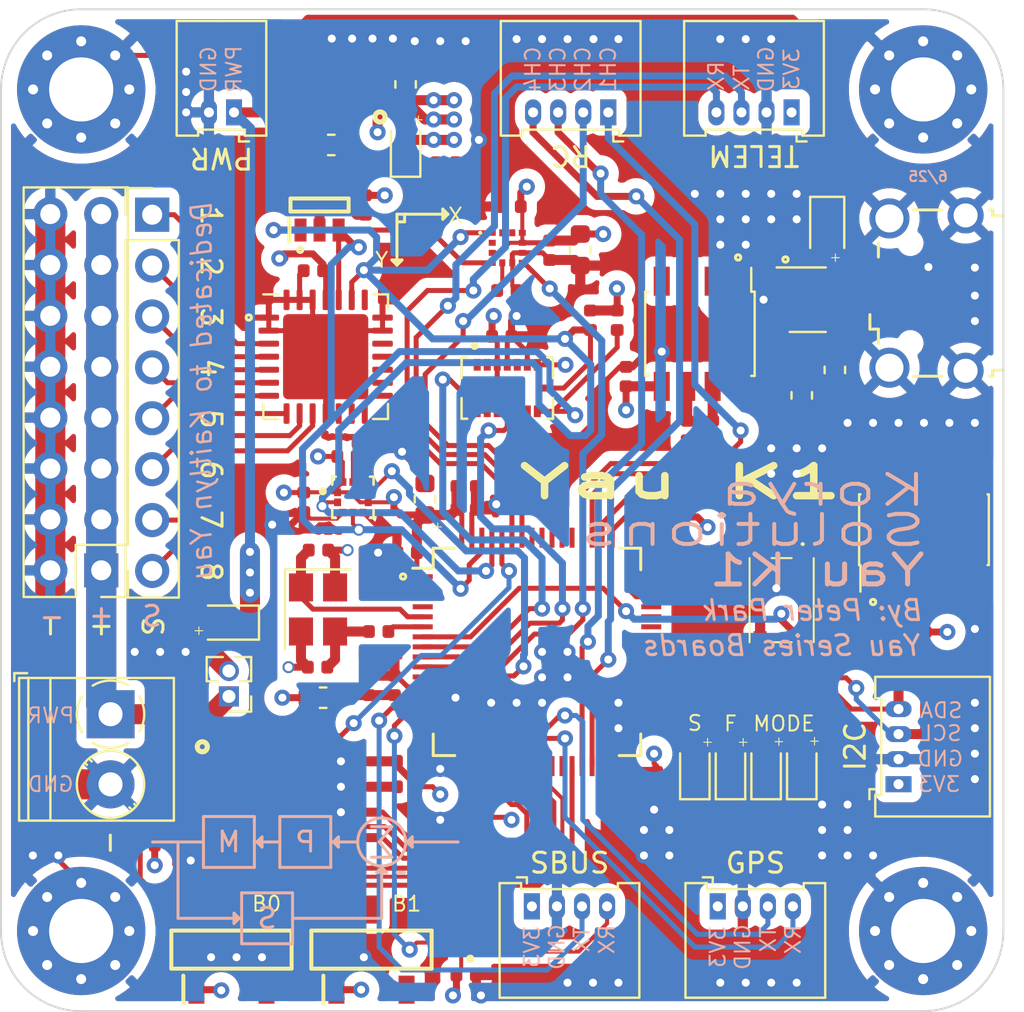
<source format=kicad_pcb>
(kicad_pcb (version 20241229) (generator "pcbnew") (generator_version "9.0")
  (layers (0 "F.Cu" signal) (4 "In1.Cu" signal) (6 "In2.Cu" signal) (2 "B.Cu" signal) (13 "F.Paste" user) (15 "B.Paste" user) (5 "F.SilkS" user "F.Silkscreen") (7 "B.SilkS" user "B.Silkscreen") (1 "F.Mask" user) (3 "B.Mask" user) (25 "Edge.Cuts" user))
  (net 0 "")
  (net 1 "+3V3")
  (net 2 "I2C1_SCL")
  (net 3 "GND")
  (net 4 "I2C1_SDA")
  (net 5 "INT_BAR")
  (net 6 "Net-(BOOT0-Pad3)")
  (net 7 "Net-(BOOT1-Pad3)")
  (net 8 "VCC")
  (net 9 "Net-(C13-Pad1)")
  (net 10 "Net-(C14-Pad1)")
  (net 11 "VDDA")
  (net 12 "HSE_IN")
  (net 13 "Net-(C18-Pad1)")
  (net 14 "Net-(C22-Pad1)")
  (net 15 "NRST")
  (net 16 "Net-(C32-Pad1)")
  (net 17 "Net-(C33-Pad2)")
  (net 18 "LED_A")
  (net 19 "Net-(D1-Pad1)")
  (net 20 "Net-(D2-Pad1)")
  (net 21 "LED_B")
  (net 22 "LED_C")
  (net 23 "Net-(D3-Pad1)")
  (net 24 "Net-(D4-Pad1)")
  (net 25 "LED_D")
  (net 26 "Net-(D6-Pad2)")
  (net 27 "Net-(EEPROM1-Pad5)")
  (net 28 "Net-(F1-Pad1)")
  (net 29 "Net-(F1-Pad2)")
  (net 30 "SPI1_CS")
  (net 31 "SPI1_MISO")
  (net 32 "FLASH_!WP")
  (net 33 "SPI1_MOSI")
  (net 34 "SPI1_SCK")
  (net 35 "Net-(FLASH1-Pad7)")
  (net 36 "UART2_TX")
  (net 37 "UART2_RX")
  (net 38 "I2C3_SCL")
  (net 39 "I2C3_SDA")
  (net 40 "UART4_RX_INV")
  (net 41 "UART4_RX")
  (net 42 "Net-(IMU1-Pad5)")
  (net 43 "Net-(IMU1-Pad1)")
  (net 44 "INT_ACC")
  (net 45 "Net-(IMU1-Pad13)")
  (net 46 "INT_GYR")
  (net 47 "Net-(JP1-Pad1)")
  (net 48 "Net-(MAG1-Pad2)")
  (net 49 "INT_MAG")
  (net 50 "Net-(MAG1-Pad11)")
  (net 51 "Net-(MAG1-Pad12)")
  (net 52 "Net-(MCU1-Pad2)")
  (net 53 "Net-(MCU1-Pad3)")
  (net 54 "Net-(MCU1-Pad4)")
  (net 55 "HSE_OUT")
  (net 56 "UART4_TX")
  (net 57 "Net-(MCU1-Pad20)")
  (net 58 "Net-(MCU1-Pad26)")
  (net 59 "Net-(MCU1-Pad27)")
  (net 60 "BOOT1")
  (net 61 "TIM2_CH3")
  (net 62 "TIM2_CH4")
  (net 63 "Net-(MCU1-Pad37)")
  (net 64 "Net-(MCU1-Pad38)")
  (net 65 "Net-(MCU1-Pad39)")
  (net 66 "Net-(MCU1-Pad42)")
  (net 67 "Net-(MCU1-Pad43)")
  (net 68 "Net-(MCU1-Pad44)")
  (net 69 "Net-(MCU1-Pad45)")
  (net 70 "SWDIO")
  (net 71 "SWCLK")
  (net 72 "TIM2_CH1")
  (net 73 "UART3_TX")
  (net 74 "UART3_RX")
  (net 75 "Net-(MCU1-Pad53)")
  (net 76 "Net-(MCU1-Pad54)")
  (net 77 "TIM2_CH2")
  (net 78 "Net-(MCU1-Pad56)")
  (net 79 "Net-(MCU1-Pad57)")
  (net 80 "UART1_TX")
  (net 81 "UART1_RX")
  (net 82 "BOOT0")
  (net 83 "Net-(PWM1-Pad3)")
  (net 84 "Net-(PWM1-Pad4)")
  (net 85 "Net-(PWM1-Pad5)")
  (net 86 "Net-(PWM1-Pad6)")
  (net 87 "Net-(PWM1-Pad7)")
  (net 88 "Net-(PWM1-Pad8)")
  (net 89 "Net-(PWM1-Pad9)")
  (net 90 "Net-(PWM1-Pad10)")
  (net 91 "Net-(PWM1-Pad12)")
  (net 92 "Net-(PWM1-Pad13)")
  (net 93 "Net-(PWM1-Pad14)")
  (net 94 "Net-(PWM1-Pad15)")
  (net 95 "Net-(PWM1-Pad16)")
  (net 96 "Net-(PWM1-Pad17)")
  (net 97 "Net-(PWM1-Pad18)")
  (net 98 "Net-(PWM1-Pad19)")
  (net 99 "Net-(PWM1-Pad22)")
  (net 100 "Net-(PWR1-Pad1)")
  (net 101 "Net-(R13-Pad2)")
  (net 102 "Net-(R14-Pad2)")
  (net 103 "Net-(REG1-Pad4)")
  (net 104 "Net-(SWD1-Pad7)")
  (net 105 "Net-(SWD1-Pad8)")
  (net 106 "USB_CONV_D+")
  (net 107 "USB_CONV_D-")
  (net 108 "USB_CONN_D-")
  (net 109 "USB_CONN_D+")
  (net 110 "Net-(U2-Pad4)")
  (net 111 "Net-(USB1-Pad4)")
  (footprint "Connector_Molex:Molex_PicoBlade_53048-0810_1x04_P1.25mm_Horizontal" (layer "F.Cu") (at 46.482 64.77)
    (property "Reference" "SBUS")
    (property "Value" "Conn_01x04" (hide yes))
  )
  (footprint "Capacitor_SMD:C_0402_1005Metric" (layer "F.Cu") (at 53.213 47.244)
    (property "Reference" "")
    (property "Value" "100n" (hide yes))
  )
  (footprint "Capacitor_SMD:C_0402_1005Metric" (layer "F.Cu") (at 35.791 52.832 180)
    (property "Reference" "")
    (property "Value" "10p" (hide yes))
  )
  (footprint "Resistor_SMD:R_0402_1005Metric" (layer "F.Cu") (at 49.403 35.5195 -90)
    (property "Reference" "")
    (property "Value" "2k2" (hide yes))
  )
  (footprint "Resistor_SMD:R_0402_1005Metric" (layer "F.Cu") (at 55.499 41.021 90)
    (property "Reference" "")
    (property "Value" "22" (hide yes))
  )
  (footprint "BMP388:PQFN50P200X200X80-10N" (layer "F.Cu") (at 37.5538 44.3564)
    (property "Reference" "")
    (property "Value" "")
  )
  (footprint "TDD01H0SB1R:SOT175P420X230-3N" (layer "F.Cu") (at 31.496 66.929 90)
    (property "Reference" "")
    (property "Value" "" (hide yes))
  )
  (footprint "TDD01H0SB1R:SOT175P420X230-3N" (layer "F.Cu") (at 38.481 66.929 90)
    (property "Reference" "")
    (property "Value" "" (hide yes))
  )
  (footprint "Capacitor_SMD:C_0603_1608Metric" (layer "F.Cu") (at 36.4743 26.7716)
    (property "Reference" "")
    (property "Value" "10u" (hide yes))
  )
  (footprint "Capacitor_SMD:C_0603_1608Metric" (layer "F.Cu") (at 40.1828 23.7491 90)
    (property "Reference" "")
    (property "Value" "10u" (hide yes))
  )
  (footprint "Capacitor_SMD:C_0402_1005Metric" (layer "F.Cu") (at 43.203 43.815)
    (property "Reference" "")
    (property "Value" "100n" (hide yes))
  )
  (footprint "Capacitor_SMD:C_0402_1005Metric" (layer "F.Cu") (at 39.624 53.744 90)
    (property "Reference" "")
    (property "Value" "1u" (hide yes))
  )
  (footprint "Capacitor_SMD:C_0402_1005Metric" (layer "F.Cu") (at 38.1762 29.7688 -90)
    (property "Reference" "")
    (property "Value" "100n" (hide yes))
  )
  (footprint "Capacitor_SMD:C_0402_1005Metric" (layer "F.Cu") (at 44.981 36.322)
    (property "Reference" "")
    (property "Value" "100n" (hide yes))
  )
  (footprint "Capacitor_SMD:C_0402_1005Metric" (layer "F.Cu") (at 46.205 41.402)
    (property "Reference" "")
    (property "Value" "100n" (hide yes))
  )
  (footprint "Capacitor_SMD:C_0402_1005Metric" (layer "F.Cu") (at 45.235 34.036)
    (property "Reference" "")
    (property "Value" "220n" (hide yes))
  )
  (footprint "Capacitor_SMD:C_0402_1005Metric" (layer "F.Cu") (at 45.443 29.845 180)
    (property "Reference" "")
    (property "Value" "100n" (hide yes))
  )
  (footprint "Capacitor_SMD:C_0402_1005Metric" (layer "F.Cu") (at 47.371 32.027 -90)
    (property "Reference" "")
    (property "Value" "100n" (hide yes))
  )
  (footprint "Capacitor_SMD:C_0603_1608Metric" (layer "F.Cu") (at 48.895 32.004 -90)
    (property "Reference" "")
    (property "Value" "10u" (hide yes))
  )
  (footprint "Capacitor_SMD:C_0402_1005Metric" (layer "F.Cu") (at 37.2618 42.3164)
    (property "Reference" "")
    (property "Value" "100n" (hide yes))
  )
  (footprint "Capacitor_SMD:C_0402_1005Metric" (layer "F.Cu") (at 35.1028 44.6024 -90)
    (property "Reference" "")
    (property "Value" "100n" (hide yes))
  )
  (footprint "Capacitor_SMD:C_0402_1005Metric" (layer "F.Cu") (at 35.583 33.0454 180)
    (property "Reference" "")
    (property "Value" "100n" (hide yes))
  )
  (footprint "Capacitor_SMD:C_0402_1005Metric" (layer "F.Cu") (at 58.9407 45.8724 180)
    (property "Reference" "")
    (property "Value" "100n" (hide yes))
  )
  (footprint "Capacitor_SMD:C_0402_1005Metric" (layer "F.Cu") (at 40.236 57.531)
    (property "Reference" "")
    (property "Value" "100n" (hide yes))
  )
  (footprint "Capacitor_SMD:C_0402_1005Metric" (layer "F.Cu") (at 43.203 68.199)
    (property "Reference" "")
    (property "Value" "100n" (hide yes))
  )
  (footprint "Capacitor_SMD:C_0402_1005Metric" (layer "F.Cu") (at 59.667 37.084 180)
    (property "Reference" "")
    (property "Value" "100n" (hide yes))
  )
  (footprint "Capacitor_SMD:C_0402_1005Metric" (layer "F.Cu") (at 58.42 38.735 -90)
    (property "Reference" "")
    (property "Value" "100n" (hide yes))
  )
  (footprint "Capacitor_SMD:C_0402_1005Metric" (layer "F.Cu") (at 51.181 38.331 90)
    (property "Reference" "")
    (property "Value" "100n" (hide yes))
  )
  (footprint "LED_SMD:LED_0603_1608Metric" (layer "F.Cu") (at 56.388 57.9375 90)
    (property "Reference" "")
    (property "Value" "RE" (hide yes))
  )
  (footprint "LED_SMD:LED_0603_1608Metric" (layer "F.Cu") (at 58.166 57.9375 90)
    (property "Reference" "")
    (property "Value" "YE" (hide yes))
  )
  (footprint "LED_SMD:LED_0603_1608Metric" (layer "F.Cu") (at 59.944 57.9375 90)
    (property "Reference" "")
    (property "Value" "BL" (hide yes))
  )
  (footprint "Diode_SMD:D_SOD-323" (layer "F.Cu") (at 61.214 30.861 -90)
    (property "Reference" "")
    (property "Value" "D_Schottky" (hide yes))
  )
  (footprint "Diode_SMD:D_SOD-323" (layer "F.Cu") (at 31.369 50.6095 180)
    (property "Reference" "")
    (property "Value" "D_Schottky" (hide yes))
  )
  (footprint "24CW1280T-I_OT:SOT95P280X145-5N" (layer "F.Cu") (at 35.8902 29.7688 90)
    (property "Reference" "")
    (property "Value" "" (hide yes))
  )
  (footprint "Fuse:Fuse_0603_1608Metric" (layer "F.Cu") (at 61.595 37.9985 90)
    (property "Reference" "")
    (property "Value" "Fuse" (hide yes))
  )
  (footprint "Inductor_SMD:L_0603_1608Metric" (layer "F.Cu") (at 59.944 39.2685 -90)
    (property "Reference" "")
    (property "Value" "FB_Small" (hide yes))
  )
  (footprint "W25N01GVZEIG_TR:SON127P800X600X80-9N-D" (layer "F.Cu") (at 34.417 59.436)
    (property "Reference" "")
    (property "Value" "" (hide yes))
  )
  (footprint "Connector_Molex:Molex_PicoBlade_53048-0810_1x04_P1.25mm_Horizontal" (layer "F.Cu") (at 55.753 64.77)
    (property "Reference" "GPS")
    (property "Value" "Conn_01x04" (hide yes))
  )
  (footprint "Connector_Molex:Molex_PicoBlade_53048-0810_1x04_P1.25mm_Horizontal" (layer "F.Cu") (at 64.77 58.674 90)
    (property "Reference" "I2C")
    (property "Value" "Conn_01x04" (hide yes))
  )
  (footprint "74LVC1G04GX4Z:74AUP1G04GX4Z" (layer "F.Cu") (at 43.18 66.802 180)
    (property "Reference" "")
    (property "Value" "" (hide yes))
  )
  (footprint "BMI088:PQFN50P450X300X100-16N" (layer "F.Cu") (at 45.254 38.904)
    (property "Reference" "" (hide yes))
    (property "Value" "")
  )
  (footprint "Connector_PinHeader_1.27mm:PinHeader_1x02_P1.27mm_Vertical" (layer "F.Cu") (at 31.369 54.2925 180)
    (property "Reference" "")
    (property "Value" "Jumper_NO_Small" (hide yes))
  )
  (footprint "Package_DFN_QFN:QFN-28-1EP_6x6mm_P0.65mm_EP4.25x4.25mm" (layer "F.Cu") (at 36.195 37.338)
    (property "Reference" "")
    (property "Value" "PCA9685BS" (hide yes))
  )
  (footprint "Connector_PinHeader_2.54mm:PinHeader_2x08_P2.54mm_Vertical" (layer "F.Cu") (at 25 48 180)
    (property "Reference" "")
    (property "Value" "Conn_02x08_Odd_Even" (hide yes))
  )
  (footprint "Connector_PinHeader_2.54mm:PinHeader_1x08_P2.54mm_Vertical" (layer "F.Cu") (at 27.54122 30.2514)
    (property "Reference" "")
    (property "Value" "Conn_01x08" (hide yes))
  )
  (footprint "LED_SMD:LED_0603_1608Metric" (layer "F.Cu") (at 40.1828 26.8731 90)
    (property "Reference" "")
    (property "Value" "GR" (hide yes))
  )
  (footprint "Resistor_SMD:R_0402_1005Metric" (layer "F.Cu") (at 42.1918 27.6606 180)
    (property "Reference" "")
    (property "Value" "1k" (hide yes))
  )
  (footprint "Resistor_SMD:R_0402_1005Metric" (layer "F.Cu") (at 50.7365 35.5195 -90)
    (property "Reference" "")
    (property "Value" "2k2" (hide yes))
  )
  (footprint "Resistor_SMD:R_0402_1005Metric" (layer "F.Cu") (at 66.1035 51.562 -90)
    (property "Reference" "")
    (property "Value" "2k2" (hide yes))
  )
  (footprint "Resistor_SMD:R_0402_1005Metric" (layer "F.Cu") (at 64.77 51.562 -90)
    (property "Reference" "")
    (property "Value" "2k2" (hide yes))
  )
  (footprint "Resistor_SMD:R_0402_1005Metric" (layer "F.Cu") (at 54.61 60.729 -90)
    (property "Reference" "")
    (property "Value" "1k" (hide yes))
  )
  (footprint "Resistor_SMD:R_0402_1005Metric" (layer "F.Cu") (at 58.166 60.729 -90)
    (property "Reference" "")
    (property "Value" "1k" (hide yes))
  )
  (footprint "Resistor_SMD:R_0402_1005Metric" (layer "F.Cu") (at 59.944 60.7338 -90)
    (property "Reference" "")
    (property "Value" "2k2" (hide yes))
  )
  (footprint "Resistor_SMD:R_0402_1005Metric" (layer "F.Cu") (at 54.229 41.0234 90)
    (property "Reference" "")
    (property "Value" "22" (hide yes))
  )
  (footprint "Resistor_SMD:R_0402_1005Metric" (layer "F.Cu") (at 29.591 64.897 180)
    (property "Reference" "")
    (property "Value" "10k" (hide yes))
  )
  (footprint "Resistor_SMD:R_0402_1005Metric" (layer "F.Cu") (at 36.576 64.897 180)
    (property "Reference" "")
    (property "Value" "10k" (hide yes))
  )
  (footprint "Resistor_SMD:R_0402_1005Metric" (layer "F.Cu") (at 40.236 58.801)
    (property "Reference" "")
    (property "Value" "10k" (hide yes))
  )
  (footprint "Resistor_SMD:R_0402_1005Metric" (layer "F.Cu") (at 28.1535 61.722)
    (property "Reference" "")
    (property "Value" "10k" (hide yes))
  )
  (footprint "Connector_Molex:Molex_PicoBlade_53048-0810_1x04_P1.25mm_Horizontal" (layer "F.Cu") (at 50.292 25.146 180)
    (property "Reference" "")
    (property "Value" "Conn_01x04" (hide yes))
  )
  (footprint "LD39200PU33R:SON95P300X300X100-7N-D" (layer "F.Cu") (at 37.0078 23.7236 180)
    (property "Reference" "")
    (property "Value" "" (hide yes))
  )
  (footprint "SKRPANE010:SKRPADE010" (layer "F.Cu") (at 58.9407 49.3649 -90)
    (property "Reference" "")
    (property "Value" "" (hide yes))
  )
  (footprint "Connector_PinHeader_1.27mm:PinHeader_2x05_P1.27mm_Vertical_SMD" (layer "F.Cu") (at 66.04 45.974 90)
    (property "Reference" "SWD" (hide yes))
    (property "Value" "Conn_02x05_Counter_Clockwise" (hide yes))
  )
  (footprint "Package_TO_SOT_SMD:SOT-23-6" (layer "F.Cu") (at 60.241 34.4932)
    (property "Reference" "")
    (property "Value" "USBLC6-2SC6" (hide yes))
  )
  (footprint "Package_SO:SSOP-8_3.95x5.21x3.27mm_P1.27mm" (layer "F.Cu") (at 54.864 36.195 -90)
    (property "Reference" "")
    (property "Value" "otter:CH330" (hide yes))
  )
  (footprint "Connector_Molex:Molex_PicoBlade_53048-0410_1x02_P1.25mm_Horizontal" (layer "F.Cu") (at 31.623 25.146 180)
    (property "Reference" "PWR")
    (property "Value" "Conn_01x02" (hide yes))
  )
  (footprint "Resistor_SMD:R_0402_1005Metric" (layer "F.Cu") (at 56.388 60.729 -90)
    (property "Reference" "")
    (property "Value" "1k" (hide yes))
  )
  (footprint "IIS2MDCTR:IIS2MDCTR" (layer "F.Cu") (at 45.254 31.904)
    (property "Reference" "")
    (property "Value" "" (hide yes))
  )
  (footprint "MountingHole:MountingHole_3.2mm_M3_Pad_Via" (layer "F.Cu") (at 24 66)
    (property "Reference" "")
    (property "Value" "MountingHole_3.2mm_M3_Pad_Via" (hide yes))
  )
  (footprint "MountingHole:MountingHole_3.2mm_M3_Pad_Via" (layer "F.Cu") (at 66 66)
    (property "Reference" "")
    (property "Value" "MountingHole_3.2mm_M3_Pad_Via" (hide yes))
  )
  (footprint "MountingHole:MountingHole_3.2mm_M3_Pad_Via" (layer "F.Cu") (at 66 24)
    (property "Reference" "")
    (property "Value" "MountingHole_3.2mm_M3_Pad_Via" (hide yes))
  )
  (footprint "MountingHole:MountingHole_3.2mm_M3_Pad_Via" (layer "F.Cu") (at 24 24)
    (property "Reference" "")
    (property "Value" "MountingHole_3.2mm_M3_Pad_Via" (hide yes))
  )
  (footprint "Resistor_SMD:R_0402_1005Metric" (layer "F.Cu") (at 38.839 51.054 180)
    (property "Reference" "")
    (property "Value" "620" (hide yes))
  )
  (footprint "Crystal:Crystal_SMD_Abracon_ABM8G-4Pin_3.2x2.5mm" (layer "F.Cu") (at 35.814 49.954 -90)
    (property "Reference" "")
    (property "Value" "25MHz" (hide yes))
  )
  (footprint "Package_QFP:LQFP-64_10x10mm_P0.5mm" (layer "F.Cu") (at 46.736 52.07)
    (property "Reference" "")
    (property "Value" "STM32F405RGT6" (hide yes))
  )
  (footprint "Inductor_SMD:L_0603_1608Metric" (layer "F.Cu") (at 36.068 54.356 180)
    (property "Reference" "")
    (property "Value" "FB_Small" (hide yes))
  )
  (footprint "Capacitor_SMD:C_0402_1005Metric" (layer "F.Cu") (at 52.705 58.547 -90)
    (property "Reference" "")
    (property "Value" "100n" (hide yes))
  )
  (footprint "Capacitor_SMD:C_0402_1005Metric" (layer "F.Cu") (at 43.688 60.325 180)
    (property "Reference" "")
    (property "Value" "100n" (hide yes))
  )
  (footprint "Capacitor_SMD:C_0402_1005Metric" (layer "F.Cu") (at 51.562 58.547 -90)
    (property "Reference" "")
    (property "Value" "100n" (hide yes))
  )
  (footprint "Capacitor_SMD:C_0402_1005Metric" (layer "F.Cu") (at 53.213 46.0756)
    (property "Reference" "")
    (property "Value" "100n" (hide yes))
  )
  (footprint "Capacitor_SMD:C_0402_1005Metric" (layer "F.Cu") (at 40.259 47.117 180)
    (property "Reference" "")
    (property "Value" "100n" (hide yes))
  )
  (footprint "Capacitor_SMD:C_0402_1005Metric" (layer "F.Cu") (at 54.333 48.641)
    (property "Reference" "")
    (property "Value" "2u2" (hide yes))
  )
  (footprint "Capacitor_SMD:C_0402_1005Metric" (layer "F.Cu") (at 50.165 59.667 -90)
    (property "Reference" "")
    (property "Value" "2u2" (hide yes))
  )
  (footprint "Capacitor_SMD:C_0402_1005Metric" (layer "F.Cu") (at 35.837 46.99)
    (property "Reference" "")
    (property "Value" "10p" (hide yes))
  )
  (footprint "Capacitor_SMD:C_0402_1005Metric" (layer "F.Cu") (at 38.354 53.744 90)
    (property "Reference" "")
    (property "Value" "100n" (hide yes))
  )
  (footprint "Capacitor_SMD:C_0402_1005Metric" (layer "F.Cu") (at 43.688 59.182 180)
    (property "Reference" "")
    (property "Value" "100n" (hide yes))
  )
  (footprint "Capacitor_SMD:C_0402_1005Metric" (layer "F.Cu") (at 43.203 44.958)
    (property "Reference" "")
    (property "Value" "100n" (hide yes))
  )
  (footprint "Capacitor_SMD:C_0603_1608Metric" (layer "F.Cu") (at 41.148 44.45 90)
    (property "Reference" "")
    (property "Value" "10u" (hide yes))
  )
  (footprint "LED_SMD:LED_0603_1608Metric" (layer "F.Cu") (at 54.61 57.9375 90)
    (property "Reference" "")
    (property "Value" "GR" (hide yes))
  )
  (footprint "Connector_Molex:Molex_PicoBlade_53048-0810_1x04_P1.25mm_Horizontal" (layer "F.Cu") (at 59.436 25.146 180)
    (property "Reference" "TELEM")
    (property "Value" "Conn_01x04" (hide yes))
  )
  (footprint "TerminalBlock_Phoenix:TerminalBlock_Phoenix_PT-1,5-2-3.5-H_1x02_P3.50mm_Horizontal" (layer "F.Cu") (at 25.4635 55.1815 -90)
    (property "Reference" "")
    (property "Value" "TerminalBlock_Phoenix_PT-1,5-2-3.5-H_1x02_P3.50mm_Horizontal" (hide yes))
  )
  (footprint "Connector_USB:USB_Micro-B_Wuerth_629105150521_CircularHoles" (layer "F.Cu") (at 66.167 34.163 90)
    (property "Reference" "")
    (property "Value" "USB_B_Micro" (hide yes))
  )
  (gr_line (start 42.037 30.48) (end 42.291 30.226) (stroke (width 0.15)) (layer "F.SilkS"))
  (gr_line (start 39.751 30.226) (end 39.751 32.766) (stroke (width 0.15)) (layer "F.SilkS"))
  (gr_line (start 39.497 32.512) (end 39.751 32.766) (stroke (width 0.15)) (layer "F.SilkS"))
  (gr_line (start 40.005 32.512) (end 39.497 32.512) (stroke (width 0.15)) (layer "F.SilkS"))
  (gr_line (start 39.751 32.766) (end 40.005 32.512) (stroke (width 0.15)) (layer "F.SilkS"))
  (gr_line (start 42.037 29.972) (end 42.037 30.48) (stroke (width 0.15)) (layer "F.SilkS"))
  (gr_circle (center 63.5 49.5808) (end 63.5254 49.6316) (stroke (width 0.15)) (fill no) (layer "F.SilkS"))
  (gr_circle (center 32.3596 35.3822) (end 32.385 35.433) (stroke (width 0.15)) (fill no) (layer "F.SilkS"))
  (gr_circle (center 34.925 32.004) (end 34.9504 32.0548) (stroke (width 0.15)) (fill no) (layer "F.SilkS"))
  (gr_circle (center 56.769 32.385) (end 56.7944 32.4358) (stroke (width 0.15)) (fill no) (layer "F.SilkS"))
  (gr_circle (center 59.1312 32.4866) (end 59.1566 32.5374) (stroke (width 0.15)) (fill no) (layer "F.SilkS"))
  (gr_circle (center 43.4086 67.3862) (end 43.434 67.437) (stroke (width 0.15)) (fill no) (layer "F.SilkS"))
  (gr_line (start 39.751 30.226) (end 42.291 30.226) (stroke (width 0.15)) (layer "F.SilkS"))
  (gr_line (start 39.751 30.607) (end 40.132 30.607) (stroke (width 0.15)) (layer "F.SilkS"))
  (gr_line (start 40.132 30.607) (end 40.132 30.226) (stroke (width 0.15)) (layer "F.SilkS"))
  (gr_line (start 42.291 30.226) (end 42.037 29.972) (stroke (width 0.15)) (layer "F.SilkS"))
  (gr_circle (center 40.0558 48.3108) (end 40.0812 48.3616) (stroke (width 0.15)) (fill no) (layer "F.SilkS"))
  (gr_line (start 32.639 60.2869) (end 30.099 60.2869) (stroke (width 0.15)) (layer "B.SilkS"))
  (gr_line (start 33.909 60.2869) (end 33.909 62.8269) (stroke (width 0.15)) (layer "B.SilkS"))
  (gr_line (start 38.481 60.7949) (end 39.497 60.7949) (stroke (width 0.15)) (layer "B.SilkS"))
  (gr_line (start 40.513 61.8109) (end 40.259 61.5569) (stroke (width 0.15)) (layer "B.SilkS"))
  (gr_line (start 42.799 61.5569) (end 40.259 61.5569) (stroke (width 0.15)) (layer "B.SilkS"))
  (gr_line (start 36.83 61.8109) (end 36.576 61.5569) (stroke (width 0.15)) (layer "B.SilkS"))
  (gr_line (start 39.243 63.0809) (end 38.989 62.8269) (stroke (width 0.15)) (layer "B.SilkS"))
  (gr_line (start 36.576 61.5569) (end 36.83 61.3029) (stroke (width 0.15)) (layer "B.SilkS"))
  (gr_line (start 32.639 62.8269) (end 32.639 61.5569) (stroke (width 0.15)) (layer "B.SilkS"))
  (gr_line (start 31.623 65.6209) (end 31.877 65.3669) (stroke (width 0.15)) (layer "B.SilkS"))
  (gr_line (start 30.099 60.2869) (end 30.099 62.8269) (stroke (width 0.15)) (layer "B.SilkS"))
  (gr_line (start 31.623 65.1129) (end 31.623 65.6209) (stroke (width 0.15)) (layer "B.SilkS"))
  (gr_line (start 40.259 61.5569) (end 40.513 61.3029) (stroke (width 0.15)) (layer "B.SilkS"))
  (gr_line (start 36.83 61.3029) (end 36.83 61.8109) (stroke (width 0.15)) (layer "B.SilkS"))
  (gr_circle (center 38.989 61.5569) (end 40.005 62.1919) (stroke (width 0.15)) (fill no) (layer "B.SilkS"))
  (gr_line (start 39.751 63.0809) (end 40.132 63.0809) (stroke (width 0.15)) (layer "B.SilkS"))
  (gr_line (start 38.989 65.3669) (end 38.989 62.755015) (stroke (width 0.15)) (layer "B.SilkS"))
  (gr_line (start 34.544 65.3669) (end 38.989 65.3669) (stroke (width 0.15)) (layer "B.SilkS"))
  (gr_line (start 33.02 61.3029) (end 33.02 61.8109) (stroke (width 0.15)) (layer "B.SilkS"))
  (gr_line (start 27.559 61.5569) (end 30.099 61.5569) (stroke (width 0.15)) (layer "B.SilkS"))
  (gr_line (start 34.544 66.6369) (end 32.004 66.6369) (stroke (width 0.15)) (layer "B.SilkS"))
  (gr_line (start 32.639 61.5569) (end 32.639 60.2869) (stroke (width 0.15)) (layer "B.SilkS"))
  (gr_line (start 33.909 61.5569) (end 32.639 61.5569) (stroke (width 0.15)) (layer "B.SilkS"))
  (gr_line (start 36.449 62.8269) (end 36.449 61.5569) (stroke (width 0.15)) (layer "B.SilkS"))
  (gr_line (start 38.735 63.0809) (end 39.243 63.0809) (stroke (width 0.15)) (layer "B.SilkS"))
  (gr_line (start 28.829 61.5569) (end 28.829 65.3669) (stroke (width 0.15)) (layer "B.SilkS"))
  (gr_line (start 30.099 62.8269) (end 32.639 62.8269) (stroke (width 0.15)) (layer "B.SilkS"))
  (gr_line (start 33.909 62.8269) (end 36.449 62.8269) (stroke (width 0.15)) (layer "B.SilkS"))
  (gr_line (start 36.449 60.2869) (end 33.909 60.2869) (stroke (width 0.15)) (layer "B.SilkS"))
  (gr_line (start 36.449 61.5569) (end 36.449 60.2869) (stroke (width 0.15)) (layer "B.SilkS"))
  (gr_line (start 37.790885 61.5569) (end 36.449 61.5569) (stroke (width 0.15)) (layer "B.SilkS"))
  (gr_line (start 34.544 64.0969) (end 34.544 66.6369) (stroke (width 0.15)) (layer "B.SilkS"))
  (gr_line (start 38.989 62.8269) (end 38.735 63.0809) (stroke (width 0.15)) (layer "B.SilkS"))
  (gr_line (start 32.004 65.3669) (end 32.004 64.0969) (stroke (width 0.15)) (layer "B.SilkS"))
  (gr_line (start 39.497 62.3189) (end 38.481 62.3189) (stroke (width 0.15)) (layer "B.SilkS"))
  (gr_line (start 38.862 61.5569) (end 39.497 62.3189) (stroke (width 0.15)) (layer "B.SilkS"))
  (gr_line (start 39.497 60.7949) (end 38.862 61.5569) (stroke (width 0.15)) (layer "B.SilkS"))
  (gr_line (start 40.513 61.3029) (end 40.513 61.8109) (stroke (width 0.15)) (layer "B.SilkS"))
  (gr_line (start 32.004 66.6369) (end 32.004 65.3669) (stroke (width 0.15)) (layer "B.SilkS"))
  (gr_line (start 28.829 65.3669) (end 32.004 65.3669) (stroke (width 0.15)) (layer "B.SilkS"))
  (gr_line (start 31.877 65.3669) (end 31.623 65.1129) (stroke (width 0.15)) (layer "B.SilkS"))
  (gr_line (start 32.766 61.5569) (end 33.02 61.3029) (stroke (width 0.15)) (layer "B.SilkS"))
  (gr_line (start 33.02 61.8109) (end 32.766 61.5569) (stroke (width 0.15)) (layer "B.SilkS"))
  (gr_line (start 32.004 64.0969) (end 34.544 64.0969) (stroke (width 0.15)) (layer "B.SilkS"))
  (gr_arc (start 24 70) (mid 21.171573 68.828427) (end 20 66) (stroke (width 0.1)) (layer "Edge.Cuts"))
  (gr_line (start 24 20) (end 66 20) (stroke (width 0.1)) (layer "Edge.Cuts"))
  (gr_arc (start 20 24) (mid 21.171573 21.171573) (end 24 20) (stroke (width 0.1)) (layer "Edge.Cuts"))
  (gr_line (start 70 24) (end 70 66) (stroke (width 0.1)) (layer "Edge.Cuts"))
  (gr_line (start 66 70) (end 24 70) (stroke (width 0.1)) (layer "Edge.Cuts"))
  (gr_arc (start 66 20) (mid 68.828427 21.171573) (end 70 24) (stroke (width 0.1)) (layer "Edge.Cuts"))
  (gr_arc (start 70 66) (mid 68.828427 68.828427) (end 66 70) (stroke (width 0.1)) (layer "Edge.Cuts"))
  (gr_line (start 20 66) (end 20 24) (stroke (width 0.1)) (layer "Edge.Cuts"))
  (gr_text "+" (at 41.783 45.7962 0) (layer "F.SilkS") (effects (font (size 0.5 0.5) (thickness 0.05))))
  (gr_text "+" (at 61.6204 32.3596 0) (layer "F.SilkS") (effects (font (size 0.5 0.5) (thickness 0.05))))
  (gr_text "+" (at 29.8704 50.9778 0) (layer "F.SilkS") (effects (font (size 0.5 0.5) (thickness 0.05))))
  (gr_text "+" (at 55.245 56.5404 0) (layer "F.SilkS") (effects (font (size 0.5 0.5) (thickness 0.05))))
  (gr_text "+" (at 57.023 56.5404 0) (layer "F.SilkS") (effects (font (size 0.5 0.5) (thickness 0.05))))
  (gr_text "+" (at 58.801 56.515 0) (layer "F.SilkS") (effects (font (size 0.5 0.5) (thickness 0.05))))
  (gr_text "+" (at 60.579 56.4896 0) (layer "F.SilkS") (effects (font (size 0.5 0.5) (thickness 0.05))))
  (gr_text "3" (at 30.48 35.3695 270) (layer "F.SilkS") (effects (font (size 1 1))))
  (gr_text "4" (at 30.48 37.9095 270) (layer "F.SilkS") (effects (font (size 1 1))))
  (gr_text "2" (at 30.48 32.8295 270) (layer "F.SilkS") (effects (font (size 1 1))))
  (gr_text "5" (at 30.48 40.4495 270) (layer "F.SilkS") (effects (font (size 1 1))))
  (gr_text "6" (at 30.48 42.9895 270) (layer "F.SilkS") (effects (font (size 1 1))))
  (gr_text "7" (at 30.48 45.466 270) (layer "F.SilkS") (effects (font (size 1 1))))
  (gr_text "8" (at 30.48 48.0695 270) (layer "F.SilkS") (effects (font (size 1 1))))
  (gr_text "S" (at 27.5336 50.8 270) (layer "F.SilkS") (effects (font (size 1 1))))
  (gr_text "+" (at 25.0825 50.8 270) (layer "F.SilkS") (effects (font (size 1 1))))
  (gr_text "-" (at 22.5425 50.8 270) (layer "F.SilkS") (effects (font (size 1 1))))
  (gr_text "RC" (at 48.4124 27.305 180) (layer "F.SilkS") (effects (font (size 1 1))))
  (gr_text "S" (at 54.61 55.626 0) (layer "F.SilkS") (effects (font (size 0.75 0.75) (thickness 0.1))))
  (gr_text "F" (at 56.388 55.6514 0) (layer "F.SilkS") (effects (font (size 0.75 0.75) (thickness 0.1))))
  (gr_text "MODE" (at 59.055 55.6514 0) (layer "F.SilkS") (effects (font (size 0.75 0.75) (thickness 0.1))))
  (gr_text "-" (at 25.527 61.595 270) (layer "F.SilkS") (effects (font (size 1 1))))
  (gr_text "B1" (at 40.2336 64.643 0) (layer "F.SilkS") (effects (font (size 0.75 0.75) (thickness 0.1))))
  (gr_text "\n" (at 68.6054 27.94 90) (layer "F.SilkS") (effects (font (size 0.75 0.75) (thickness 0.1))))
  (gr_text "Y" (at 38.989 32.512 0) (layer "F.SilkS") (effects (font (size 0.75 0.75) (thickness 0.1))))
  (gr_text "X" (at 42.672 30.226 180) (layer "F.SilkS") (effects (font (size 0.75 0.75) (thickness 0.1))))
  (gr_text "Yau K1" (at 53.9 43.6 0) (layer "F.SilkS") (effects (font (size 1.5 3) (thickness 0.375) (bold yes))))
  (gr_text "B0" (at 33.2486 64.643 0) (layer "F.SilkS") (effects (font (size 0.75 0.75) (thickness 0.1))))
  (gr_text "+" (at 40.8178 25.4762 0) (layer "F.SilkS") (effects (font (size 0.5 0.5) (thickness 0.05))))
  (gr_text "1" (at 30.48 30.2895 270) (layer "F.SilkS") (effects (font (size 1 1))))
  (gr_text "3V3" (at 55.753 66.802 90) (layer "B.SilkS") (effects (font (size 0.75 0.75) (thickness 0.1)) (justify mirror)))
  (gr_text "TX" (at 58.2676 66.421 90) (layer "B.SilkS") (effects (font (size 0.75 0.75) (thickness 0.1)) (justify mirror)))
  (gr_text "RX" (at 59.5122 66.421 90) (layer "B.SilkS") (effects (font (size 0.75 0.75) (thickness 0.1)) (justify mirror)))
  (gr_text "GND" (at 56.9976 66.802 90) (layer "B.SilkS") (effects (font (size 0.75 0.75) (thickness 0.1)) (justify mirror)))
  (gr_text "By: Peter Park" (at 60.5 50 0) (layer "B.SilkS") (effects (font (size 1 1) (thickness 0.15) (italic yes)) (justify mirror)))
  (gr_text "P" (at 35.179 61.5569 0) (layer "B.SilkS") (effects (font (size 1 1)) (justify mirror)))
  (gr_text "S" (at 33.274 65.3669 0) (layer "B.SilkS") (effects (font (size 1 1)) (justify mirror)))
  (gr_text "M" (at 31.369 61.5569 0) (layer "B.SilkS") (effects (font (size 1 1)) (justify mirror)))
  (gr_text "RX" (at 50.2158 66.421 90) (layer "B.SilkS") (effects (font (size 0.75 0.75) (thickness 0.1)) (justify mirror)))
  (gr_text "GND" (at 47.7266 66.802 90) (layer "B.SilkS") (effects (font (size 0.75 0.75) (thickness 0.1)) (justify mirror)))
  (gr_text "3V3" (at 46.482 66.802 90) (layer "B.SilkS") (effects (font (size 0.75 0.75) (thickness 0.1)) (justify mirror)))
  (gr_text "TX" (at 48.9712 66.421 90) (layer "B.SilkS") (effects (font (size 0.75 0.75) (thickness 0.1)) (justify mirror)))
  (gr_text "3V3" (at 66.802 58.674 0) (layer "B.SilkS") (effects (font (size 0.75 0.75) (thickness 0.1)) (justify mirror)))
  (gr_text "GND" (at 66.8528 57.404 0) (layer "B.SilkS") (effects (font (size 0.75 0.75) (thickness 0.1)) (justify mirror)))
  (gr_text "SCL" (at 66.8782 56.134 0) (layer "B.SilkS") (effects (font (size 0.75 0.75) (thickness 0.1)) (justify mirror)))
  (gr_text "SDA" (at 66.9036 54.991 0) (layer "B.SilkS") (effects (font (size 0.75 0.75) (thickness 0.1)) (justify mirror)))
  (gr_text "PWR" (at 22.479 55.245 0) (layer "B.SilkS") (effects (font (size 0.75 0.75) (thickness 0.1)) (justify mirror)))
  (gr_text "GND" (at 22.479 58.674 0) (layer "B.SilkS") (effects (font (size 0.75 0.75) (thickness 0.1)) (justify mirror)))
  (gr_text "PWR" (at 31.623 22.987 90) (layer "B.SilkS") (effects (font (size 0.75 0.75) (thickness 0.1)) (justify mirror)))
  (gr_text "GND" (at 30.353 22.987 90) (layer "B.SilkS") (effects (font (size 0.75 0.75) (thickness 0.1)) (justify mirror)))
  (gr_text "GND" (at 58.166 22.987 90) (layer "B.SilkS") (effects (font (size 0.75 0.75) (thickness 0.1)) (justify mirror)))
  (gr_text "3V3" (at 59.436 22.987 90) (layer "B.SilkS") (effects (font (size 0.75 0.75) (thickness 0.1)) (justify mirror)))
  (gr_text "TX" (at 56.9468 23.4188 90) (layer "B.SilkS") (effects (font (size 0.75 0.75) (thickness 0.1)) (justify mirror)))
  (gr_text "RX" (at 55.6768 23.3299 90) (layer "B.SilkS") (effects (font (size 0.75 0.75) (thickness 0.1)) (justify mirror)))
  (gr_text "CH1" (at 50.292 22.987 90) (layer "B.SilkS") (effects (font (size 0.75 0.75) (thickness 0.1)) (justify mirror)))
  (gr_text "CH2" (at 49.022 22.987 90) (layer "B.SilkS") (effects (font (size 0.75 0.75) (thickness 0.1)) (justify mirror)))
  (gr_text "CH3" (at 47.7774 22.987 90) (layer "B.SilkS") (effects (font (size 0.75 0.75) (thickness 0.1)) (justify mirror)))
  (gr_text "CH4" (at 46.5328 22.987 90) (layer "B.SilkS") (effects (font (size 0.75 0.75) (thickness 0.1)) (justify mirror)))
  (gr_text "6/25\n" (at 66.2432 28.3464 0) (layer "B.SilkS") (effects (font (size 0.5 0.5) (thickness 0.1)) (justify mirror)))
  (gr_text "+" (at 25.0825 50.292 270) (layer "B.SilkS") (effects (font (size 1 1)) (justify mirror)))
  (gr_text "-" (at 22.5425 50.292 0) (layer "B.SilkS") (effects (font (size 1 1)) (justify mirror)))
  (gr_text "S" (at 27.5336 50.292 0) (layer "B.SilkS") (effects (font (size 1 1)) (justify mirror)))
  (gr_text "Yau K1" (at 60.7 48 0) (layer "B.SilkS") (effects (font (size 1.5 2) (thickness 0.25) (bold yes)) (justify mirror)))
  (gr_text "Solutions\n" (at 57.5 46 0) (layer "B.SilkS") (effects (font (size 1.5 2.5) (thickness 0.2)) (justify mirror)))
  (gr_text "Korya\n" (at 61 44 0) (layer "B.SilkS") (effects (font (size 1.5 2.5) (thickness 0.2)) (justify mirror)))
  (gr_text "Dedicated to Kaitlyn Yau\n" (at 30 39 90) (layer "B.SilkS") (effects (font (size 1 1) (thickness 0.125) (italic yes)) (justify mirror)))
  (gr_text "Yau Series Boards" (at 59 51.75 0) (layer "B.SilkS") (effects (font (size 1 1) (thickness 0.15) (italic yes)) (justify mirror)))
  (segment (start 37.9664 68.929) (end 37.9664 68.929) (width 0.35) (layer "F.Cu") (net 1))
  (segment (start 27.6685 62.7205) (end 27.6685 62.7205) (width 0.35) (layer "F.Cu") (net 1))
  (segment (start 41.91 59.182) (end 41.91 59.182) (width 0.25) (layer "F.Cu") (net 1))
  (segment (start 45.466 60.452) (end 45.466 60.452) (width 0.25) (layer "F.Cu") (net 1))
  (segment (start 52.578 57.15) (end 52.578 57.15) (width 0.25) (layer "F.Cu") (net 1))
  (segment (start 39.624 44.577) (end 39.624 44.577) (width 0.35) (layer "F.Cu") (net 1))
  (segment (start 55.245 45.847) (end 55.245 45.847) (width 0.35) (layer "F.Cu") (net 1))
  (segment (start 67.206 51.077) (end 67.206 51.077) (width 0.35) (layer "F.Cu") (net 1))
  (segment (start 39.1414 29.2862) (end 39.1414 29.2862) (width 0.35) (layer "F.Cu") (net 1))
  (segment (start 34.163 32.4358) (end 34.163 32.4358) (width 0.35) (layer "F.Cu") (net 1))
  (segment (start 50.038 31.2166) (end 50.038 31.2166) (width 0.35) (layer "F.Cu") (net 1))
  (segment (start 48.1584 37.7444) (end 48.1584 37.7444) (width 0.25) (layer "F.Cu") (net 1))
  (segment (start 45.754 40.064) (end 45.754 39.404) (width 0.25) (layer "F.Cu") (net 1))
  (segment (start 45.754 40.064) (end 45.754 41.368) (width 0.25) (layer "F.Cu") (net 1))
  (segment (start 38.4986 29.2862) (end 39.1414 29.2862) (width 0.35) (layer "F.Cu") (net 1))
  (segment (start 40.0458 24.6736) (end 40.1828 24.5366) (width 0.5) (layer "F.Cu") (net 1))
  (segment (start 45.754 41.368) (end 45.72 41.402) (width 0.25) (layer "F.Cu") (net 1))
  (segment (start 35.2805 54.356) (end 34.036 54.356) (width 0.35) (layer "F.Cu") (net 1))
  (segment (start 29.746 68.929) (end 30.956 68.929) (width 0.35) (layer "F.Cu") (net 1))
  (segment (start 30.956 68.929) (end 30.988 68.961) (width 0.35) (layer "F.Cu") (net 1))
  (segment (start 27.6685 61.722) (end 27.6685 62.7205) (width 0.35) (layer "F.Cu") (net 1))
  (segment (start 34.1146 44.1174) (end 34.1122 44.1198) (width 0.25) (layer "F.Cu") (net 1))
  (segment (start 39.922015 45.2375) (end 40.2845 45.2375) (width 0.35) (layer "F.Cu") (net 1))
  (segment (start 42.718 43.815) (end 42.718 44.958) (width 0.5) (layer "F.Cu") (net 1))
  (segment (start 52.705 57.767) (end 52.578 57.64) (width 0.25) (layer "F.Cu") (net 1))
  (segment (start 42.955 67.962) (end 42.718 68.199) (width 0.2) (layer "F.Cu") (net 1))
  (segment (start 45.339 60.325) (end 45.466 60.452) (width 0.25) (layer "F.Cu") (net 1))
  (segment (start 66.1035 51.077) (end 67.206 51.077) (width 0.35) (layer "F.Cu") (net 1))
  (segment (start 40.744 47.117) (end 40.744 48.028) (width 0.25) (layer "F.Cu") (net 1))
  (segment (start 46.004 31.154) (end 46.004 29.921) (width 0.2) (layer "F.Cu") (net 1))
  (segment (start 39.5986 44.3484) (end 39.5986 44.914085) (width 0.35) (layer "F.Cu") (net 1))
  (segment (start 44.754 38.284) (end 44.754 37.744) (width 0.25) (layer "F.Cu") (net 1))
  (segment (start 38.7858 26.1366) (end 38.7858 24.9516) (width 0.5) (layer "F.Cu") (net 1))
  (segment (start 44.504 32.154) (end 44.879 32.154) (width 0.2) (layer "F.Cu") (net 1))
  (segment (start 46.754 37.744) (end 47.179 37.744) (width 0.25) (layer "F.Cu") (net 1))
  (segment (start 64.45 51.077) (end 64.77 51.077) (width 0.35) (layer "F.Cu") (net 1))
  (segment (start 36.7768 42.3164) (end 35.814 42.3164) (width 0.25) (layer "F.Cu") (net 1))
  (segment (start 52.728 46.0756) (end 52.728 47.244) (width 0.5) (layer "F.Cu") (net 1))
  (segment (start 36.195 33.1724) (end 36.068 33.0454) (width 0.25) (layer "F.Cu") (net 1))
  (segment (start 43.986 58.995) (end 44.173 59.182) (width 0.25) (layer "F.Cu") (net 1))
  (segment (start 53.1446 45.339) (end 54.737 45.339) (width 0.35) (layer "F.Cu") (net 1))
  (segment (start 40.1828 24.5366) (end 41.5796 24.5366) (width 0.5) (layer "F.Cu") (net 1))
  (segment (start 42.986 45.226) (end 42.718 44.958) (width 0.25) (layer "F.Cu") (net 1))
  (segment (start 36.731 68.929) (end 37.9664 68.929) (width 0.35) (layer "F.Cu") (net 1))
  (segment (start 54.737 45.339) (end 55.245 45.847) (width 0.35) (layer "F.Cu") (net 1))
  (segment (start 35.1028 44.1174) (end 34.1146 44.1174) (width 0.25) (layer "F.Cu") (net 1))
  (segment (start 52.955 38.816) (end 52.959 38.82) (width 0.5) (layer "F.Cu") (net 1))
  (segment (start 45.379 31.654) (end 45.629 31.654) (width 0.2) (layer "F.Cu") (net 1))
  (segment (start 36.7888 43.8564) (end 37.0538 43.5914) (width 0.2) (layer "F.Cu") (net 1))
  (segment (start 63.5 47.924) (end 63.5 50.127) (width 0.35) (layer "F.Cu") (net 1))
  (segment (start 51.562 58.062) (end 50.778 58.062) (width 0.25) (layer "F.Cu") (net 1))
  (segment (start 41.529 58.801) (end 41.91 59.182) (width 0.25) (layer "F.Cu") (net 1))
  (segment (start 36.7888 44.1064) (end 36.7888 43.8564) (width 0.2) (layer "F.Cu") (net 1))
  (segment (start 40.744 48.028) (end 41.036 48.32) (width 0.25) (layer "F.Cu") (net 1))
  (segment (start 44.254 40.064) (end 44.253999 39.513999) (width 0.25) (layer "F.Cu") (net 1))
  (segment (start 37.0538 43.5914) (end 37.0538 42.5934) (width 0.2) (layer "F.Cu") (net 1))
  (segment (start 40.744 45.6415) (end 41.148 45.2375) (width 0.5) (layer "F.Cu") (net 1))
  (segment (start 47.259 31.654) (end 47.371 31.542) (width 0.25) (layer "F.Cu") (net 1))
  (segment (start 66.1035 51.077) (end 64.77 51.077) (width 0.5) (layer "F.Cu") (net 1))
  (segment (start 34.1122 32.2072) (end 33.8836 32.4358) (width 0.35) (layer "F.Cu") (net 1))
  (segment (start 44.754 39.013998) (end 44.754 38.284) (width 0.25) (layer "F.Cu") (net 1))
  (segment (start 41.5798 25.5016) (end 42.5958 25.5016) (width 0.5) (layer "F.Cu") (net 1))
  (segment (start 36.195 34.5005) (end 36.195 33.1724) (width 0.25) (layer "F.Cu") (net 1))
  (segment (start 42.955 67.052) (end 42.955 67.962) (width 0.2) (layer "F.Cu") (net 1))
  (segment (start 38.1762 29.2838) (end 38.4962 29.2838) (width 0.35) (layer "F.Cu") (net 1))
  (segment (start 52.728 47.244) (end 52.728 48.028) (width 0.25) (layer "F.Cu") (net 1))
  (segment (start 45.754 40.064) (end 46.254 40.064) (width 0.25) (layer "F.Cu") (net 1))
  (segment (start 41.5798 24.5364) (end 42.5958 24.5364) (width 0.5) (layer "F.Cu") (net 1))
  (segment (start 40.1828 24.5366) (end 40.1828 26.0856) (width 0.5) (layer "F.Cu") (net 1))
  (segment (start 35.5498 32.2072) (end 34.1122 32.2072) (width 0.35) (layer "F.Cu") (net 1))
  (segment (start 43.754 40.064) (end 44.254 40.064) (width 0.25) (layer "F.Cu") (net 1))
  (segment (start 41.1478 25.5016) (end 40.1828 24.5366) (width 0.5) (layer "F.Cu") (net 1))
  (segment (start 39.751 57.531) (end 39.751 57.742058) (width 0.35) (layer "F.Cu") (net 1))
  (segment (start 36.7888 44.1064) (end 37.413798 44.1064) (width 0.2) (layer "F.Cu") (net 1))
  (segment (start 44.496 35.387) (end 44.577 35.306) (width 0.35) (layer "F.Cu") (net 1))
  (segment (start 40.744 47.117) (end 40.744 45.6415) (width 0.5) (layer "F.Cu") (net 1))
  (segment (start 51.181 38.816) (end 52.955 38.816) (width 0.5) (layer "F.Cu") (net 1))
  (segment (start 37.413798 44.1064) (end 37.913798 44.6064) (width 0.2) (layer "F.Cu") (net 1))
  (segment (start 47.371 31.542) (end 48.5695 31.542) (width 0.5) (layer "F.Cu") (net 1))
  (segment (start 44.253999 39.513999) (end 44.754 39.013998) (width 0.25) (layer "F.Cu") (net 1))
  (segment (start 45.928 29.845) (end 45.928 29.1544) (width 0.35) (layer "F.Cu") (net 1))
  (segment (start 50.7365 35.0345) (end 50.7365 33.9471) (width 0.35) (layer "F.Cu") (net 1))
  (segment (start 48.895 31.2165) (end 49.37 31.2165) (width 0.35) (layer "F.Cu") (net 1))
  (segment (start 37.9438 44.6064) (end 38.3188 44.6064) (width 0.2) (layer "F.Cu") (net 1))
  (segment (start 38.4962 29.2838) (end 38.4986 29.2862) (width 0.35) (layer "F.Cu") (net 1))
  (segment (start 44.173 60.325) (end 45.339 60.325) (width 0.25) (layer "F.Cu") (net 1))
  (segment (start 39.751 57.742058) (end 40.721 58.712058) (width 0.35) (layer "F.Cu") (net 1))
  (segment (start 46.004 31.654) (end 46.004 31.154) (width 0.2) (layer "F.Cu") (net 1))
  (segment (start 50.778 58.062) (end 50.486 57.77) (width 0.25) (layer "F.Cu") (net 1))
  (segment (start 45.629 31.654) (end 46.004 31.654) (width 0.2) (layer "F.Cu") (net 1))
  (segment (start 49.37 31.2165) (end 49.3701 31.2166) (width 0.35) (layer "F.Cu") (net 1))
  (segment (start 52.705 58.062) (end 52.705 57.767) (width 0.25) (layer "F.Cu") (net 1))
  (segment (start 43.986 57.77) (end 43.986 58.995) (width 0.25) (layer "F.Cu") (net 1))
  (segment (start 41.148 45.2375) (end 42.4385 45.2375) (width 0.5) (layer "F.Cu") (net 1))
  (segment (start 48.5695 31.542) (end 48.895 31.2165) (width 0.5) (layer "F.Cu") (net 1))
  (segment (start 38.7858 24.9516) (end 38.5078 24.6736) (width 0.5) (layer "F.Cu") (net 1))
  (segment (start 39.5986 44.914085) (end 39.922015 45.2375) (width 0.35) (layer "F.Cu") (net 1))
  (segment (start 44.754 37.744) (end 44.754 36.58) (width 0.25) (layer "F.Cu") (net 1))
  (segment (start 52.578 57.64) (end 52.578 57.15) (width 0.25) (layer "F.Cu") (net 1))
  (segment (start 51.562 58.062) (end 52.705 58.062) (width 0.5) (layer "F.Cu") (net 1))
  (segment (start 42.718 69.042) (end 42.545 69.215) (width 0.35) (layer "F.Cu") (net 1))
  (segment (start 44.496 36.322) (end 44.496 35.387) (width 0.35) (layer "F.Cu") (net 1))
  (segment (start 40.6148 26.5176) (end 40.1828 26.0856) (width 0.5) (layer "F.Cu") (net 1))
  (segment (start 42.986 46.37) (end 42.986 45.226) (width 0.25) (layer "F.Cu") (net 1))
  (segment (start 37.913798 44.6064) (end 37.9438 44.6064) (width 0.2) (layer "F.Cu") (net 1))
  (segment (start 37.4112 28.5188) (end 38.1762 29.2838) (width 0.5) (layer "F.Cu") (net 1))
  (segment (start 38.3188 44.6064) (end 39.3406 44.6064) (width 0.2) (layer "F.Cu") (net 1))
  (segment (start 52.728 46.0756) (end 52.728 45.7556) (width 0.35) (layer "F.Cu") (net 1))
  (segment (start 45.363998 39.013998) (end 44.754 39.013998) (width 0.25) (layer "F.Cu") (net 1))
  (segment (start 36.068 32.7254) (end 35.5498 32.2072) (width 0.35) (layer "F.Cu") (net 1))
  (segment (start 44.754 36.58) (end 44.496 36.322) (width 0.25) (layer "F.Cu") (net 1))
  (segment (start 47.179 37.744) (end 47.1794 37.7444) (width 0.25) (layer "F.Cu") (net 1))
  (segment (start 44.5008 36.3172) (end 44.496 36.322) (width 0.25) (layer "F.Cu") (net 1))
  (segment (start 52.728 45.7556) (end 53.1446 45.339) (width 0.35) (layer "F.Cu") (net 1))
  (segment (start 39.5946 44.6064) (end 39.624 44.577) (width 0.2) (layer "F.Cu") (net 1))
  (segment (start 40.721 58.712058) (end 40.721 58.801) (width 0.35) (layer "F.Cu") (net 1))
  (segment (start 46.004 31.654) (end 47.259 31.654) (width 0.25) (layer "F.Cu") (net 1))
  (segment (start 41.5798 25.5016) (end 41.1478 25.5016) (width 0.5) (layer "F.Cu") (net 1))
  (segment (start 44.879 32.154) (end 45.379 31.654) (width 0.2) (layer "F.Cu") (net 1))
  (segment (start 41.148 45.2375) (end 40.2845 45.2375) (width 0.35) (layer "F.Cu") (net 1))
  (segment (start 51.181 38.816) (end 51.181 40.005) (width 0.35) (layer "F.Cu") (net 1))
  (segment (start 52.728 48.028) (end 52.436 48.32) (width 0.25) (layer "F.Cu") (net 1))
  (segment (start 35.1138 44.1064) (end 35.1028 44.1174) (width 0.2) (layer "F.Cu") (net 1))
  (segment (start 63.5 50.127) (end 64.45 51.077) (width 0.35) (layer "F.Cu") (net 1))
  (segment (start 50.7365 33.9471) (end 50.7238 33.9344) (width 0.35) (layer "F.Cu") (net 1))
  (segment (start 38.5078 23.7236) (end 38.5078 24.6736) (width 0.5) (layer "F.Cu") (net 1))
  (segment (start 47.1794 37.7444) (end 48.1584 37.7444) (width 0.25) (layer "F.Cu") (net 1))
  (segment (start 49.403 35.0345) (end 50.7365 35.0345) (width 0.5) (layer "F.Cu") (net 1))
  (segment (start 41.5796 24.5366) (end 41.5798 24.5364) (width 0.5) (layer "F.Cu") (net 1))
  (segment (start 45.754 39.404) (end 45.363998 39.013998) (width 0.25) (layer "F.Cu") (net 1))
  (segment (start 46.004 29.921) (end 45.928 29.845) (width 0.2) (layer "F.Cu") (net 1))
  (segment (start 42.4385 45.2375) (end 42.718 44.958) (width 0.5) (layer "F.Cu") (net 1))
  (segment (start 38.5078 24.6736) (end 40.0458 24.6736) (width 0.5) (layer "F.Cu") (net 1))
  (segment (start 38.317 57.531) (end 39.751 57.531) (width 0.5) (layer "F.Cu") (net 1))
  (segment (start 39.3406 44.6064) (end 39.5986 44.3484) (width 0.2) (layer "F.Cu") (net 1))
  (segment (start 41.5798 26.5176) (end 40.6148 26.5176) (width 0.5) (layer "F.Cu") (net 1))
  (segment (start 37.0538 42.5934) (end 36.7768 42.3164) (width 0.2) (layer "F.Cu") (net 1))
  (segment (start 40.721 58.801) (end 41.529 58.801) (width 0.25) (layer "F.Cu") (net 1))
  (segment (start 36.8402 28.5188) (end 37.4112 28.5188) (width 0.5) (layer "F.Cu") (net 1))
  (segment (start 36.7888 44.1064) (end 35.1138 44.1064) (width 0.2) (layer "F.Cu") (net 1))
  (segment (start 41.5798 26.5176) (end 42.5958 26.5176) (width 0.5) (layer "F.Cu") (net 1))
  (segment (start 44.173 59.182) (end 44.173 60.325) (width 0.5) (layer "F.Cu") (net 1))
  (segment (start 45.928 29.1544) (end 46.228 28.8544) (width 0.35) (layer "F.Cu") (net 1))
  (segment (start 49.3701 31.2166) (end 50.038 31.2166) (width 0.35) (layer "F.Cu") (net 1))
  (segment (start 42.718 68.199) (end 42.718 69.042) (width 0.35) (layer "F.Cu") (net 1))
  (via (at 41.5798 24.5364) (size 0.8) (drill 0.4) (layers "F.Cu" "B.Cu") (net 1))
  (via (at 38.7858 26.1366) (size 0.8) (drill 0.4) (layers "F.Cu" "B.Cu") (net 1))
  (via (at 41.5798 25.5016) (size 0.8) (drill 0.4) (layers "F.Cu" "B.Cu") (net 1))
  (via (at 41.5798 26.5176) (size 0.8) (drill 0.4) (layers "F.Cu" "B.Cu") (net 1))
  (via (at 42.5958 24.5364) (size 0.8) (drill 0.4) (layers "F.Cu" "B.Cu") (net 1))
  (via (at 42.5958 25.5016) (size 0.8) (drill 0.4) (layers "F.Cu" "B.Cu") (net 1))
  (via (at 42.5958 26.5176) (size 0.8) (drill 0.4) (layers "F.Cu" "B.Cu") (net 1))
  (via (at 35.814 42.3164) (size 0.8) (drill 0.4) (layers "F.Cu" "B.Cu") (net 1))
  (via (at 50.7238 33.9344) (size 0.8) (drill 0.4) (layers "F.Cu" "B.Cu") (net 1))
  (via (at 34.1122 44.1198) (size 0.8) (drill 0.4) (layers "F.Cu" "B.Cu") (net 1))
  (via (at 33.8836 32.4358) (size 0.8) (drill 0.4) (layers "F.Cu" "B.Cu") (net 1))
  (via (at 44.577 35.306) (size 0.8) (drill 0.4) (layers "F.Cu" "B.Cu") (net 1))
  (via (at 48.1584 37.7444) (size 0.8) (drill 0.4) (layers "F.Cu" "B.Cu") (net 1))
  (via (at 67.206 51.077) (size 0.8) (drill 0.4) (layers "F.Cu" "B.Cu") (net 1))
  (via (at 42.545 69.215) (size 0.8) (drill 0.4) (layers "F.Cu" "B.Cu") (net 1))
  (via (at 34.036 54.356) (size 0.8) (drill 0.4) (layers "F.Cu" "B.Cu") (net 1))
  (via (at 39.1414 29.2862) (size 0.8) (drill 0.4) (layers "F.Cu" "B.Cu") (net 1))
  (via (at 55.245 45.847) (size 0.8) (drill 0.4) (layers "F.Cu" "B.Cu") (net 1))
  (via (at 27.6685 62.7205) (size 0.8) (drill 0.4) (layers "F.Cu" "B.Cu") (net 1))
  (via (at 30.988 68.961) (size 0.8) (drill 0.4) (layers "F.Cu" "B.Cu") (net 1))
  (via (at 37.9664 68.929) (size 0.8) (drill 0.4) (layers "F.Cu" "B.Cu") (net 1))
  (via (at 50.038 31.2166) (size 0.8) (drill 0.4) (layers "F.Cu" "B.Cu") (net 1))
  (via (at 45.466 60.452) (size 0.8) (drill 0.4) (layers "F.Cu" "B.Cu") (net 1))
  (via (at 52.578 57.15) (size 0.8) (drill 0.4) (layers "F.Cu" "B.Cu") (net 1))
  (via (at 46.228 28.8544) (size 0.8) (drill 0.4) (layers "F.Cu" "B.Cu") (net 1))
  (via (at 51.181 40.005) (size 0.8) (drill 0.4) (layers "F.Cu" "B.Cu") (net 1))
  (via (at 39.5986 44.3484) (size 0.8) (drill 0.4) (layers "F.Cu" "B.Cu") (net 1))
  (via (at 41.91 59.182) (size 0.8) (drill 0.4) (layers "F.Cu" "B.Cu") (net 1))
  (segment (start 33.5988 31.0188) (end 33.5988 31.0188) (width 0.35) (layer "F.Cu") (net 2))
  (segment (start 36.7888 44.6064) (end 36.2244 44.6064) (width 0.2) (layer "F.Cu") (net 2))
  (segment (start 37.495 34.5005) (end 37.495 33.625) (width 0.25) (layer "F.Cu") (net 2))
  (segment (start 34.9402 31.0188) (end 33.5988 31.0188) (width 0.35) (layer "F.Cu") (net 2))
  (segment (start 49.403 36.0045) (end 48.5775 36.0045) (width 0.35) (layer "F.Cu") (net 2))
  (segment (start 44.486 46.37) (end 44.486 47.7414) (width 0.25) (layer "F.Cu") (net 2))
  (segment (start 43.141 31.154) (end 42.926 31.369) (width 0.25) (layer "F.Cu") (net 2))
  (segment (start 47.164 38.904) (end 48.071802 38.904) (width 0.25) (layer "F.Cu") (net 2))
  (segment (start 49.403 37.572802) (end 49.403 36.2995) (width 0.25) (layer "F.Cu") (net 2))
  (segment (start 48.5775 36.0045) (end 48.133 36.449) (width 0.35) (layer "F.Cu") (net 2))
  (segment (start 49.403 36.2995) (end 49.403 36.0045) (width 0.25) (layer "F.Cu") (net 2))
  (segment (start 36.2244 44.6064) (end 36.0339 44.7969) (width 0.2) (layer "F.Cu") (net 2))
  (segment (start 37.495 33.625) (end 38.1 33.02) (width 0.25) (layer "F.Cu") (net 2))
  (segment (start 44.486 47.7414) (end 44.196 48.0314) (width 0.25) (layer "F.Cu") (net 2))
  (segment (start 44.504 31.154) (end 43.141 31.154) (width 0.25) (layer "F.Cu") (net 2))
  (segment (start 48.071802 38.904) (end 49.403 37.572802) (width 0.25) (layer "F.Cu") (net 2))
  (segment (start 37.495 34.5005) (end 37.495 34.2184) (width 0.25) (layer "F.Cu") (net 2))
  (via (at 42.926 31.369) (size 0.8) (drill 0.4) (layers "F.Cu" "B.Cu") (net 2))
  (via (at 36.0339 44.7969) (size 0.6) (drill 0.4) (layers "F.Cu" "B.Cu") (net 2))
  (via (at 33.5988 31.0188) (size 0.8) (drill 0.4) (layers "F.Cu" "B.Cu") (net 2))
  (via (at 44.196 48.0314) (size 0.8) (drill 0.4) (layers "F.Cu" "B.Cu") (net 2))
  (via (at 48.133 36.449) (size 0.8) (drill 0.4) (layers "F.Cu" "B.Cu") (net 2))
  (via (at 38.1 33.02) (size 0.8) (drill 0.4) (layers "F.Cu" "B.Cu") (net 2))
  (segment (start 48.133 36.449) (end 48.133 36.449) (width 0.35) (layer "B.Cu") (net 2))
  (segment (start 36.848614 41.002386) (end 40.21699 37.63401) (width 0.35) (layer "B.Cu") (net 2))
  (segment (start 38.1 33.02) (end 41.275 33.02) (width 0.35) (layer "B.Cu") (net 2))
  (segment (start 44.196 48.0314) (end 42.81483 48.0314) (width 0.35) (layer "B.Cu") (net 2))
  (segment (start 38.735 32.385) (end 38.1 33.02) (width 0.35) (layer "B.Cu") (net 2))
  (segment (start 36.333899 45.096899) (end 36.0339 44.7969) (width 0.35) (layer "B.Cu") (net 2))
  (segment (start 36.0339 44.372636) (end 36.848614 43.557922) (width 0.35) (layer "B.Cu") (net 2))
  (segment (start 36.0339 44.7969) (end 36.0339 44.372636) (width 0.35) (layer "B.Cu") (net 2))
  (segment (start 40.21699 37.63401) (end 46.50818 37.63401) (width 0.35) (layer "B.Cu") (net 2))
  (segment (start 39.906831 45.123401) (end 36.360401 45.123401) (width 0.35) (layer "B.Cu") (net 2))
  (segment (start 46.833389 39.721389) (end 48.387 41.275) (width 0.35) (layer "B.Cu") (net 2))
  (segment (start 36.360401 45.123401) (end 36.333899 45.096899) (width 0.35) (layer "B.Cu") (net 2))
  (segment (start 36.848614 43.557922) (end 36.848614 41.002386) (width 0.35) (layer "B.Cu") (net 2))
  (segment (start 46.50818 37.63401) (end 46.833389 37.959219) (width 0.35) (layer "B.Cu") (net 2))
  (segment (start 38.3848 31.0188) (end 38.735 31.369) (width 0.35) (layer "B.Cu") (net 2))
  (segment (start 41.529 36.449) (end 48.133 36.449) (width 0.35) (layer "B.Cu") (net 2))
  (segment (start 48.387 41.275) (end 49.149 41.275) (width 0.35) (layer "B.Cu") (net 2))
  (segment (start 49.416001 37.732001) (end 49.403 37.719) (width 0.35) (layer "B.Cu") (net 2))
  (segment (start 46.833389 37.959219) (end 46.833389 39.721389) (width 0.35) (layer "B.Cu") (net 2))
  (segment (start 38.735 31.369) (end 38.735 32.385) (width 0.35) (layer "B.Cu") (net 2))
  (segment (start 41.275 33.02) (end 42.926 31.369) (width 0.35) (layer "B.Cu") (net 2))
  (segment (start 42.81483 48.0314) (end 39.906831 45.123401) (width 0.35) (layer "B.Cu") (net 2))
  (segment (start 49.416001 41.007999) (end 49.416001 37.732001) (width 0.35) (layer "B.Cu") (net 2))
  (segment (start 38.1 33.02) (end 41.529 36.449) (width 0.35) (layer "B.Cu") (net 2))
  (segment (start 49.403 37.719) (end 48.133 36.449) (width 0.35) (layer "B.Cu") (net 2))
  (segment (start 33.5988 31.0188) (end 38.3848 31.0188) (width 0.35) (layer "B.Cu") (net 2))
  (segment (start 49.149 41.275) (end 49.416001 41.007999) (width 0.35) (layer "B.Cu") (net 2))
  (segment (start 37.2872 46.99) (end 37.2872 46.99) (width 0.35) (layer "F.Cu") (net 3))
  (segment (start 34.3408 52.832) (end 34.3408 52.832) (width 0.35) (layer "F.Cu") (net 3))
  (segment (start 41.91 57.912) (end 41.91 57.912) (width 0.25) (layer "F.Cu") (net 3))
  (segment (start 41.91 60.452) (end 41.91 60.452) (width 0.25) (layer "F.Cu") (net 3))
  (segment (start 52.578 59.944) (end 52.578 59.944) (width 0.25) (layer "F.Cu") (net 3))
  (segment (start 68.58 50.927) (end 68.58 50.927) (width 0.5) (layer "F.Cu") (net 3))
  (segment (start 58.674 48.895) (end 58.674 48.895) (width 0.5) (layer "F.Cu") (net 3))
  (segment (start 38.8112 47.117) (end 38.8112 47.117) (width 0.35) (layer "F.Cu") (net 3))
  (segment (start 66.264 32.863) (end 66.264 32.863) (width 0.35) (layer "F.Cu") (net 3))
  (segment (start 22.46 50.311) (end 22.46 51.327) (width 1.5) (layer "F.Cu") (net 3))
  (segment (start 22.46 51.327) (end 22.46 52.343) (width 1.5) (layer "F.Cu") (net 3))
  (segment (start 22.46 52.343) (end 22.46 57.375056) (width 1.5) (layer "F.Cu") (net 3))
  (segment (start 29.464 62.484) (end 29.464 62.484) (width 0.35) (layer "F.Cu") (net 3))
  (segment (start 52.959 37.084) (end 52.959 37.084) (width 0.35) (layer "F.Cu") (net 3))
  (segment (start 40.005 42.082) (end 40.005 42.082) (width 0.25) (layer "F.Cu") (net 3))
  (segment (start 44.704 44.704) (end 44.704 44.704) (width 0.35) (layer "F.Cu") (net 3))
  (segment (start 45.504 32.654) (end 45.504 32.229) (width 0.25) (layer "F.Cu") (net 3))
  (segment (start 43.688 68.961) (end 43.942 69.215) (width 0.35) (layer "F.Cu") (net 3))
  (segment (start 37.1602 46.99) (end 37.2872 46.99) (width 0.35) (layer "F.Cu") (net 3))
  (segment (start 36.664 48.854) (end 36.664 47.332) (width 0.5) (layer "F.Cu") (net 3))
  (segment (start 50.038 38.669) (end 50.861 37.846) (width 0.25) (layer "F.Cu") (net 3))
  (segment (start 30.517 61.916) (end 29.949 62.484) (width 0.35) (layer "F.Cu") (net 3))
  (segment (start 42.037 60.325) (end 41.91 60.452) (width 0.25) (layer "F.Cu") (net 3))
  (segment (start 38.5318 22.7496) (end 38.5078 22.7736) (width 0.5) (layer "F.Cu") (net 3))
  (segment (start 35.436968 45.421568) (end 36.753632 45.421568) (width 0.2) (layer "F.Cu") (net 3))
  (segment (start 43.203 59.182) (end 43.203 60.325) (width 0.5) (layer "F.Cu") (net 3))
  (segment (start 37.5538 43.5914) (end 37.5538 42.5094) (width 0.2) (layer "F.Cu") (net 3))
  (segment (start 22.86 62.46) (end 24 63.6) (width 0.25) (layer "F.Cu") (net 3))
  (segment (start 34.895 33.2484) (end 35.098 33.0454) (width 0.25) (layer "F.Cu") (net 3))
  (segment (start 53.698 46.0756) (end 53.698 47.244) (width 0.5) (layer "F.Cu") (net 3))
  (segment (start 39.0325 35.388) (end 39.0325 36.038) (width 0.25) (layer "F.Cu") (net 3))
  (segment (start 52.705 59.032) (end 52.705 59.327) (width 0.25) (layer "F.Cu") (net 3))
  (segment (start 47.371 32.512) (end 48.6155 32.512) (width 0.5) (layer "F.Cu") (net 3))
  (segment (start 37.5158 23.2156) (end 37.0078 23.7236) (width 0.5) (layer "F.Cu") (net 3))
  (segment (start 34.964 51.054) (end 34.964 52.49) (width 0.5) (layer "F.Cu") (net 3))
  (segment (start 28.424344 22.302944) (end 25.697056 22.302944) (width 0.25) (layer "F.Cu") (net 3))
  (segment (start 66.327 49.911) (end 68.293 49.911) (width 0.5) (layer "F.Cu") (net 3))
  (segment (start 37.5158 21.463) (end 37.5158 23.2156) (width 0.5) (layer "F.Cu") (net 3))
  (segment (start 36.195 40.1755) (end 36.195 39.563) (width 0.25) (layer "F.Cu") (net 3))
  (segment (start 42.136 53.82) (end 42.672 54.356) (width 0.25) (layer "F.Cu") (net 3))
  (segment (start 39.624 53.259) (end 38.354 53.259) (width 0.5) (layer "F.Cu") (net 3))
  (segment (start 39.725 53.259) (end 39.624 53.259) (width 0.25) (layer "F.Cu") (net 3))
  (segment (start 50.861 37.846) (end 51.181 37.846) (width 0.25) (layer "F.Cu") (net 3))
  (segment (start 41.148 43.225) (end 40.005 42.082) (width 0.35) (layer "F.Cu") (net 3))
  (segment (start 25.697056 22.302944) (end 24 24) (width 0.25) (layer "F.Cu") (net 3))
  (segment (start 43.8404 27.2796) (end 43.4594 27.6606) (width 0.5) (layer "F.Cu") (net 3))
  (segment (start 43.486 46.37) (end 43.486 45.16) (width 0.25) (layer "F.Cu") (net 3))
  (segment (start 37.5538 43.5914) (end 38.0538 43.5914) (width 0.2) (layer "F.Cu") (net 3))
  (segment (start 43.4594 27.6606) (end 42.6768 27.6606) (width 0.5) (layer "F.Cu") (net 3))
  (segment (start 44.237 44.704) (end 44.704 44.704) (width 0.35) (layer "F.Cu") (net 3))
  (segment (start 22.86 62.23) (end 22.86 62.46) (width 0.25) (layer "F.Cu") (net 3))
  (segment (start 36.195 39.563) (end 36.195 37.338) (width 0.25) (layer "F.Cu") (net 3))
  (segment (start 39.5478 22.3266) (end 40.1828 22.9616) (width 0.5) (layer "F.Cu") (net 3))
  (segment (start 39.774 47.117) (end 39.479 47.117) (width 0.35) (layer "F.Cu") (net 3))
  (segment (start 48.768 41.402) (end 50.038 40.132) (width 0.25) (layer "F.Cu") (net 3))
  (segment (start 37.9578 22.7736) (end 37.0078 23.7236) (width 0.5) (layer "F.Cu") (net 3))
  (segment (start 37.2712 29.7688) (end 36.0652 29.7688) (width 0.5) (layer "F.Cu") (net 3))
  (segment (start 38.5318 21.463) (end 38.5318 22.7496) (width 0.5) (layer "F.Cu") (net 3))
  (segment (start 50.038 40.132) (end 50.038 38.669) (width 0.25) (layer "F.Cu") (net 3))
  (segment (start 43.486 57.77) (end 43.486 58.899) (width 0.25) (layer "F.Cu") (net 3))
  (segment (start 51.562 59.032) (end 52.705 59.032) (width 0.5) (layer "F.Cu") (net 3))
  (segment (start 38.0636 45.1214) (end 38.8112 45.869) (width 0.2) (layer "F.Cu") (net 3))
  (segment (start 36.195 37.338) (end 37.495 36.038) (width 0.25) (layer "F.Cu") (net 3))
  (segment (start 34.895 34.5005) (end 34.245 34.5005) (width 0.25) (layer "F.Cu") (net 3))
  (segment (start 35.306 52.832) (end 35.011 52.832) (width 0.35) (layer "F.Cu") (net 3))
  (segment (start 63.5 62.23) (end 63.5 63.5) (width 0.25) (layer "F.Cu") (net 3))
  (segment (start 58.42 38.25) (end 58.42 37.846) (width 0.35) (layer "F.Cu") (net 3))
  (segment (start 46.254 37.744) (end 46.254 37.11) (width 0.25) (layer "F.Cu") (net 3))
  (segment (start 45.504 33.82) (end 45.72 34.036) (width 0.2) (layer "F.Cu") (net 3))
  (segment (start 66.04 49.624) (end 66.327 49.911) (width 0.5) (layer "F.Cu") (net 3))
  (segment (start 29.949 62.484) (end 29.464 62.484) (width 0.35) (layer "F.Cu") (net 3))
  (segment (start 36.195 37.338) (end 34.895 36.038) (width 0.25) (layer "F.Cu") (net 3))
  (segment (start 22.46 57.375056) (end 23.766444 58.6815) (width 1.5) (layer "F.Cu") (net 3))
  (segment (start 52.705 59.327) (end 52.578 59.454) (width 0.25) (layer "F.Cu") (net 3))
  (segment (start 52.578 59.454) (end 52.578 59.944) (width 0.25) (layer "F.Cu") (net 3))
  (segment (start 43.486 45.16) (end 43.688 44.958) (width 0.25) (layer "F.Cu") (net 3))
  (segment (start 22.46 37.84) (end 22.46 35.3) (width 1.5) (layer "F.Cu") (net 3))
  (segment (start 30.517 61.341) (end 30.517 61.916) (width 0.35) (layer "F.Cu") (net 3))
  (segment (start 43.486 58.899) (end 43.203 59.182) (width 0.25) (layer "F.Cu") (net 3))
  (segment (start 64.267 32.863) (end 66.264 32.863) (width 0.35) (layer "F.Cu") (net 3))
  (segment (start 47.732 65.62) (end 47.732 64.77) (width 0.2) (layer "F.Cu") (net 3))
  (segment (start 41.036 53.82) (end 42.136 53.82) (width 0.25) (layer "F.Cu") (net 3))
  (segment (start 38.0538 45.1214) (end 38.0636 45.1214) (width 0.2) (layer "F.Cu") (net 3))
  (segment (start 36.0652 29.7688) (end 35.8902 29.9438) (width 0.5) (layer "F.Cu") (net 3))
  (segment (start 38.5078 22.7736) (end 39.9948 22.7736) (width 0.5) (layer "F.Cu") (net 3))
  (segment (start 22.46 45.46) (end 22.46 42.92) (width 1.5) (layer "F.Cu") (net 3))
  (segment (start 43.688 44.958) (end 43.983 44.958) (width 0.35) (layer "F.Cu") (net 3))
  (segment (start 34.895 34.5005) (end 34.895 33.2484) (width 0.25) (layer "F.Cu") (net 3))
  (segment (start 43.983 44.958) (end 44.237 44.704) (width 0.35) (layer "F.Cu") (net 3))
  (segment (start 35.545 34.5005) (end 34.895 34.5005) (width 0.25) (layer "F.Cu") (net 3))
  (segment (start 36.4998 23.2156) (end 37.0078 23.7236) (width 0.5) (layer "F.Cu") (net 3))
  (segment (start 51.181 37.846) (end 51.501 37.846) (width 0.35) (layer "F.Cu") (net 3))
  (segment (start 45.466 36.322) (end 45.466 35.56) (width 0.35) (layer "F.Cu") (net 3))
  (segment (start 57.8657 48.4399) (end 58.3208 48.895) (width 0.5) (layer "F.Cu") (net 3))
  (segment (start 48.6155 32.512) (end 48.895 32.7915) (width 0.5) (layer "F.Cu") (net 3))
  (segment (start 37.2618 26.7716) (end 37.2618 23.9776) (width 1) (layer "F.Cu") (net 3))
  (segment (start 43.688 43.815) (end 43.688 44.958) (width 0.5) (layer "F.Cu") (net 3))
  (segment (start 40.721 57.531) (end 41.529 57.531) (width 0.25) (layer "F.Cu") (net 3))
  (segment (start 68.58 49.624) (end 68.58 50.927) (width 0.5) (layer "F.Cu") (net 3))
  (segment (start 33.3575 35.388) (end 33.3575 36.038) (width 0.25) (layer "F.Cu") (net 3))
  (segment (start 40.286 53.82) (end 39.725 53.259) (width 0.25) (layer "F.Cu") (net 3))
  (segment (start 43.688 68.199) (end 43.688 68.961) (width 0.35) (layer "F.Cu") (net 3))
  (segment (start 58.3208 48.895) (end 58.674 48.895) (width 0.5) (layer "F.Cu") (net 3))
  (segment (start 45.504 32.229) (end 45.579 32.154) (width 0.25) (layer "F.Cu") (net 3))
  (segment (start 57.8657 47.4149) (end 57.8657 48.4399) (width 0.5) (layer "F.Cu") (net 3))
  (segment (start 22.46 45.46) (end 22.46 48) (width 1.5) (layer "F.Cu") (net 3))
  (segment (start 23.766444 58.6815) (end 25.4635 58.6815) (width 1.5) (layer "F.Cu") (net 3))
  (segment (start 34.4424 52.832) (end 34.3408 52.832) (width 0.35) (layer "F.Cu") (net 3))
  (segment (start 36.322 46.99) (end 37.1602 46.99) (width 0.35) (layer "F.Cu") (net 3))
  (segment (start 22.46 40.38) (end 22.46 37.84) (width 1.5) (layer "F.Cu") (net 3))
  (segment (start 58.42 37.846) (end 59.182 37.084) (width 0.35) (layer "F.Cu") (net 3))
  (segment (start 37.2618 23.9776) (end 37.0078 23.7236) (width 1) (layer "F.Cu") (net 3))
  (segment (start 43.405 66.552) (end 46.8 66.552) (width 0.2) (layer "F.Cu") (net 3))
  (segment (start 22.46 35.3) (end 22.46 32.76) (width 1.5) (layer "F.Cu") (net 3))
  (segment (start 37.5538 42.5094) (end 37.7468 42.3164) (width 0.2) (layer "F.Cu") (net 3))
  (segment (start 51.501 37.846) (end 52.263 37.084) (width 0.35) (layer "F.Cu") (net 3))
  (segment (start 66.04 47.924) (end 66.04 49.624) (width 0.5) (layer "F.Cu") (net 3))
  (segment (start 45.254 37.744) (end 45.254 36.534) (width 0.25) (layer "F.Cu") (net 3))
  (segment (start 57.8657 47.4149) (end 57.8657 46.4624) (width 0.5) (layer "F.Cu") (net 3))
  (segment (start 43.8404 26.5176) (end 43.8404 27.2796) (width 0.5) (layer "F.Cu") (net 3))
  (segment (start 36.753632 45.421568) (end 37.0538 45.1214) (width 0.2) (layer "F.Cu") (net 3))
  (segment (start 33.528 45.72) (end 34.4702 45.72) (width 0.35) (layer "F.Cu") (net 3))
  (segment (start 36.664 47.332) (end 36.322 46.99) (width 0.5) (layer "F.Cu") (net 3))
  (segment (start 64.77 47.924) (end 66.04 47.924) (width 0.5) (layer "F.Cu") (net 3))
  (segment (start 46.004 32.154) (end 47.013 32.154) (width 0.25) (layer "F.Cu") (net 3))
  (segment (start 38.5078 22.7736) (end 37.9578 22.7736) (width 0.5) (layer "F.Cu") (net 3))
  (segment (start 22.46 42.92) (end 22.46 40.38) (width 1.5) (layer "F.Cu") (net 3))
  (segment (start 39.9948 22.7736) (end 40.1828 22.9616) (width 0.5) (layer "F.Cu") (net 3))
  (segment (start 38.1762 30.2538) (end 37.7562 30.2538) (width 0.5) (layer "F.Cu") (net 3))
  (segment (start 35.1028 45.0874) (end 35.436968 45.421568) (width 0.2) (layer "F.Cu") (net 3))
  (segment (start 45.504 32.654) (end 45.504 33.82) (width 0.2) (layer "F.Cu") (net 3))
  (segment (start 46.8 66.552) (end 47.732 65.62) (width 0.2) (layer "F.Cu") (net 3))
  (segment (start 45.466 35.56) (end 45.72 35.306) (width 0.35) (layer "F.Cu") (net 3))
  (segment (start 22.46 32.76) (end 22.46 30.22) (width 1.5) (layer "F.Cu") (net 3))
  (segment (start 35.011 52.832) (end 34.4424 52.832) (width 0.35) (layer "F.Cu") (net 3))
  (segment (start 37.495 36.038) (end 39.0325 36.038) (width 0.25) (layer "F.Cu") (net 3))
  (segment (start 38.8112 45.869) (end 38.8112 47.117) (width 0.2) (layer "F.Cu") (net 3))
  (segment (start 46.69 41.402) (end 48.768 41.402) (width 0.25) (layer "F.Cu") (net 3))
  (segment (start 57.8657 46.4624) (end 58.4557 45.8724) (width 0.5) (layer "F.Cu") (net 3))
  (segment (start 39.479 47.117) (end 38.8112 47.117) (width 0.35) (layer "F.Cu") (net 3))
  (segment (start 29.2354 23.114) (end 28.424344 22.302944) (width 0.25) (layer "F.Cu") (net 3))
  (segment (start 34.964 52.49) (end 35.306 52.832) (width 0.5) (layer "F.Cu") (net 3))
  (segment (start 43.203 60.325) (end 42.037 60.325) (width 0.25) (layer "F.Cu") (net 3))
  (segment (start 37.7562 30.2538) (end 37.2712 29.7688) (width 0.5) (layer "F.Cu") (net 3))
  (segment (start 47.013 32.154) (end 47.371 32.512) (width 0.25) (layer "F.Cu") (net 3))
  (segment (start 41.148 43.6625) (end 41.148 43.225) (width 0.35) (layer "F.Cu") (net 3))
  (segment (start 68.293 49.911) (end 68.58 49.624) (width 0.5) (layer "F.Cu") (net 3))
  (segment (start 59.141 34.4932) (end 58.039 34.4932) (width 0.35) (layer "F.Cu") (net 3))
  (segment (start 35.545 36.688) (end 35.545 34.5005) (width 0.25) (layer "F.Cu") (net 3))
  (segment (start 45.579 32.154) (end 46.004 32.154) (width 0.25) (layer "F.Cu") (net 3))
  (segment (start 41.529 57.531) (end 41.91 57.912) (width 0.25) (layer "F.Cu") (net 3))
  (segment (start 34.4702 45.72) (end 35.1028 45.0874) (width 0.35) (layer "F.Cu") (net 3))
  (segment (start 39.5478 22.3266) (end 39.5478 21.463) (width 0.5) (layer "F.Cu") (net 3))
  (segment (start 63.5 63.5) (end 64.302944 64.302944) (width 0.25) (layer "F.Cu") (net 3))
  (segment (start 46.254 37.11) (end 45.466 36.322) (width 0.25) (layer "F.Cu") (net 3))
  (segment (start 35.8902 29.9438) (end 35.8902 31.0188) (width 0.5) (layer "F.Cu") (net 3))
  (segment (start 45.254 36.534) (end 45.466 36.322) (width 0.25) (layer "F.Cu") (net 3))
  (segment (start 36.195 37.338) (end 35.545 36.688) (width 0.25) (layer "F.Cu") (net 3))
  (segment (start 34.895 36.038) (end 33.3575 36.038) (width 0.25) (layer "F.Cu") (net 3))
  (segment (start 68.58 49.624) (end 68.58 47.924) (width 0.5) (layer "F.Cu") (net 3))
  (segment (start 36.4998 21.463) (end 36.4998 23.2156) (width 0.5) (layer "F.Cu") (net 3))
  (segment (start 41.036 53.82) (end 40.286 53.82) (width 0.25) (layer "F.Cu") (net 3))
  (segment (start 52.263 37.084) (end 52.959 37.084) (width 0.35) (layer "F.Cu") (net 3))
  (segment (start 22.46 48) (end 22.46 50.311) (width 1.5) (layer "F.Cu") (net 3))
  (via (at 37.5158 21.463) (size 0.8) (drill 0.4) (layers "F.Cu" "B.Cu") (net 3))
  (via (at 36.4998 21.463) (size 0.8) (drill 0.4) (layers "F.Cu" "B.Cu") (net 3))
  (via (at 39.5478 21.463) (size 0.8) (drill 0.4) (layers "F.Cu" "B.Cu") (net 3))
  (via (at 54.61 29.21) (size 0.8) (drill 0.4) (layers "F.Cu" "B.Cu") (net 3))
  (via (at 46.99 21.4884) (size 0.8) (drill 0.4) (layers "F.Cu" "B.Cu") (net 3))
  (via (at 48.26 52.07) (size 0.8) (drill 0.4) (layers "F.Cu" "B.Cu") (net 3))
  (via (at 66.04 40.64) (size 0.8) (drill 0.4) (layers "F.Cu" "B.Cu") (net 3))
  (via (at 45.72 35.306) (size 0.8) (drill 0.4) (layers "F.Cu" "B.Cu") (net 3))
  (via (at 36.957 58.801) (size 0.8) (drill 0.4) (layers "F.Cu" "B.Cu") (net 3))
  (via (at 43.942 69.215) (size 0.8) (drill 0.4) (layers "F.Cu" "B.Cu") (net 3))
  (via (at 57.15 30.48) (size 0.8) (drill 0.4) (layers "F.Cu" "B.Cu") (net 3))
  (via (at 57.15 29.21) (size 0.8) (drill 0.4) (layers "F.Cu" "B.Cu") (net 3))
  (via (at 68.58 57.15) (size 0.8) (drill 0.4) (layers "F.Cu" "B.Cu") (net 3))
  (via (at 38.8112 47.117) (size 0.8) (drill 0.4) (layers "F.Cu" "B.Cu") (net 3))
  (via (at 22.86 62.23) (size 0.8) (drill 0.4) (layers "F.Cu" "B.Cu") (net 3))
  (via (at 48.26 68.58) (size 0.8) (drill 0.4) (layers "F.Cu" "B.Cu") (net 3))
  (via (at 55.88 21.4884) (size 0.8) (drill 0.4) (layers "F.Cu" "B.Cu") (net 3))
  (via (at 29.2354 25.146) (size 0.8) (drill 0.4) (layers "F.Cu" "B.Cu") (net 3))
  (via (at 48.26 21.4884) (size 0.8) (drill 0.4) (layers "F.Cu" "B.Cu") (net 3))
  (via (at 60.96 60.96) (size 0.8) (drill 0.4) (layers "F.Cu" "B.Cu") (net 3))
  (via (at 27.94 52.07) (size 0.8) (drill 0.4) (layers "F.Cu" "B.Cu") (net 3))
  (via (at 52.578 59.944) (size 0.8) (drill 0.4) (layers "F.Cu" "B.Cu") (net 3))
  (via (at 66.264 32.863) (size 0.8) (drill 0.4) (layers "F.Cu" "B.Cu") (net 3))
  (via (at 63.5 62.23) (size 0.8) (drill 0.4) (layers "F.Cu" "B.Cu") (net 3))
  (via (at 45.72 54.61) (size 0.8) (drill 0.4) (layers "F.Cu" "B.Cu") (net 3))
  (via (at 40.005 42.082) (size 0.8) (drill 0.4) (layers "F.Cu" "B.Cu") (net 3))
  (via (at 55.88 29.21) (size 0.8) (drill 0.4) (layers "F.Cu" "B.Cu") (net 3))
  (via (at 29.464 62.484) (size 0.6) (drill 0.4) (layers "F.Cu" "B.Cu") (net 3))
  (via (at 38.1 67.31) (size 0.8) (drill 0.4) (layers "F.Cu" "B.Cu") (net 3))
  (via (at 40.64 21.59) (size 0.8) (drill 0.4) (layers "F.Cu" "B.Cu") (net 3))
  (via (at 50.8 54.61) (size 0.8) (drill 0.4) (layers "F.Cu" "B.Cu") (net 3))
  (via (at 60.96 59.69) (size 0.8) (drill 0.4) (layers "F.Cu" "B.Cu") (net 3))
  (via (at 67.31 40.64) (size 0.8) (drill 0.4) (layers "F.Cu" "B.Cu") (net 3))
  (via (at 30.48 67.31) (size 0.8) (drill 0.4) (layers "F.Cu" "B.Cu") (net 3))
  (via (at 50.8 55.88) (size 0.8) (drill 0.4) (layers "F.Cu" "B.Cu") (net 3))
  (via (at 46.99 52.07) (size 0.8) (drill 0.4) (layers "F.Cu" "B.Cu") (net 3))
  (via (at 41.91 60.452) (size 0.8) (drill 0.4) (layers "F.Cu" "B.Cu") (net 3))
  (via (at 50.8 21.4884) (size 0.8) (drill 0.4) (layers "F.Cu" "B.Cu") (net 3))
  (via (at 59.69 43.18) (size 0.8) (drill 0.4) (layers "F.Cu" "B.Cu") (net 3))
  (via (at 57.15 68.58) (size 0.8) (drill 0.4) (layers "F.Cu" "B.Cu") (net 3))
  (via (at 53.34 62.23) (size 0.8) (drill 0.4) (layers "F.Cu" "B.Cu") (net 3))
  (via (at 43.18 21.59) (size 0.8) (drill 0.4) (layers "F.Cu" "B.Cu") (net 3))
  (via (at 55.88 30.48) (size 0.8) (drill 0.4) (layers "F.Cu" "B.Cu") (net 3))
  (via (at 58.42 68.58) (size 0.8) (drill 0.4) (layers "F.Cu" "B.Cu") (net 3))
  (via (at 62.23 40.64) (size 0.8) (drill 0.4) (layers "F.Cu" "B.Cu") (net 3))
  (via (at 68.58 40.64) (size 0.8) (drill 0.4) (layers "F.Cu" "B.Cu") (net 3))
  (via (at 26.67 52.07) (size 0.8) (drill 0.4) (layers "F.Cu" "B.Cu") (net 3))
  (via (at 57.15 21.4884) (size 0.8) (drill 0.4) (layers "F.Cu" "B.Cu") (net 3))
  (via (at 43.8404 26.5176) (size 0.8) (drill 0.4) (layers "F.Cu" "B.Cu") (net 3))
  (via (at 52.07 60.96) (size 0.8) (drill 0.4) (layers "F.Cu" "B.Cu") (net 3))
  (via (at 59.69 30.48) (size 0.8) (drill 0.4) (layers "F.Cu" "B.Cu") (net 3))
  (via (at 46.99 53.34) (size 0.8) (drill 0.4) (layers "F.Cu" "B.Cu") (net 3))
  (via (at 60.96 41.91) (size 0.8) (drill 0.4) (layers "F.Cu" "B.Cu") (net 3))
  (via (at 44.704 44.704) (size 0.8) (drill 0.4) (layers "F.Cu" "B.Cu") (net 3))
  (via (at 68.58 34.29) (size 0.8) (drill 0.4) (layers "F.Cu" "B.Cu") (net 3))
  (via (at 58.42 43.18) (size 0.8) (drill 0.4) (layers "F.Cu" "B.Cu") (net 3))
  (via (at 33.528 45.72) (size 0.8) (drill 0.4) (layers "F.Cu" "B.Cu") (net 3))
  (via (at 68.58 32.893) (size 0.8) (drill 0.4) (layers "F.Cu" "B.Cu") (net 3))
  (via (at 52.959 37.084) (size 0.8) (drill 0.4) (layers "F.Cu" "B.Cu") (net 3))
  (via (at 34.3408 52.832) (size 0.6) (drill 0.4) (layers "F.Cu" "B.Cu") (net 3))
  (via (at 68.58 55.88) (size 0.8) (drill 0.4) (layers "F.Cu" "B.Cu") (net 3))
  (via (at 44.45 54.61) (size 0.8) (drill 0.4) (layers "F.Cu" "B.Cu") (net 3))
  (via (at 36.957 60.071) (size 0.8) (drill 0.4) (layers "F.Cu" "B.Cu") (net 3))
  (via (at 68.58 54.61) (size 0.8) (drill 0.4) (layers "F.Cu" "B.Cu") (net 3))
  (via (at 29.21 52.07) (size 0.8) (drill 0.4) (layers "F.Cu" "B.Cu") (net 3))
  (via (at 62.23 60.96) (size 0.8) (drill 0.4) (layers "F.Cu" "B.Cu") (net 3))
  (via (at 59.69 29.21) (size 0.8) (drill 0.4) (layers "F.Cu" "B.Cu") (net 3))
  (via (at 58.42 30.48) (size 0.8) (drill 0.4) (layers "F.Cu" "B.Cu") (net 3))
  (via (at 33.02 67.31) (size 0.8) (drill 0.4) (layers "F.Cu" "B.Cu") (net 3))
  (via (at 59.69 68.58) (size 0.8) (drill 0.4) (layers "F.Cu" "B.Cu") (net 3))
  (via (at 37.2872 46.99) (size 0.6) (drill 0.4) (layers "F.Cu" "B.Cu") (net 3))
  (via (at 52.07 62.23) (size 0.8) (drill 0.4) (layers "F.Cu" "B.Cu") (net 3))
  (via (at 49.53 68.58) (size 0.8) (drill 0.4) (layers "F.Cu" "B.Cu") (net 3))
  (via (at 68.58 50.927) (size 0.8) (drill 0.4) (layers "F.Cu" "B.Cu") (net 3))
  (via (at 49.5554 21.4884) (size 0.8) (drill 0.4) (layers "F.Cu" "B.Cu") (net 3))
  (via (at 53.34 60.96) (size 0.8) (drill 0.4) (layers "F.Cu" "B.Cu") (net 3))
  (via (at 62.23 59.69) (size 0.8) (drill 0.4) (layers "F.Cu" "B.Cu") (net 3))
  (via (at 50.8 68.58) (size 0.8) (drill 0.4) (layers "F.Cu" "B.Cu") (net 3))
  (via (at 36.957 57.531) (size 0.8) (drill 0.4) (layers "F.Cu" "B.Cu") (net 3))
  (via (at 60.96 62.23) (size 0.8) (drill 0.4) (layers "F.Cu" "B.Cu") (net 3))
  (via (at 59.69 41.91) (size 0.8) (drill 0.4) (layers "F.Cu" "B.Cu") (net 3))
  (via (at 68.58 35.56) (size 0.8) (drill 0.4) (layers "F.Cu" "B.Cu") (net 3))
  (via (at 55.88 68.58) (size 0.8) (drill 0.4) (layers "F.Cu" "B.Cu") (net 3))
  (via (at 64.77 40.64) (size 0.8) (drill 0.4) (layers "F.Cu" "B.Cu") (net 3))
  (via (at 58.674 48.895) (size 0.8) (drill 0.4) (layers "F.Cu" "B.Cu") (net 3))
  (via (at 62.23 62.23) (size 0.8) (drill 0.4) (layers "F.Cu" "B.Cu") (net 3))
  (via (at 68.58 58.42) (size 0.8) (drill 0.4) (layers "F.Cu" "B.Cu") (net 3))
  (via (at 58.42 21.4884) (size 0.8) (drill 0.4) (layers "F.Cu" "B.Cu") (net 3))
  (via (at 58.42 29.21) (size 0.8) (drill 0.4) (layers "F.Cu" "B.Cu") (net 3))
  (via (at 58.039 34.4932) (size 0.6) (drill 0.4) (layers "F.Cu" "B.Cu") (net 3))
  (via (at 21.59 62.23) (size 0.8) (drill 0.4) (layers "F.Cu" "B.Cu") (net 3))
  (via (at 29.2354 24.13) (size 0.8) (drill 0.4) (layers "F.Cu" "B.Cu") (net 3))
  (via (at 29.2354 23.114) (size 0.8) (drill 0.4) (layers "F.Cu" "B.Cu") (net 3))
  (via (at 46.99 54.61) (size 0.8) (drill 0.4) (layers "F.Cu" "B.Cu") (net 3))
  (via (at 45.72 21.4884) (size 0.8) (drill 0.4) (layers "F.Cu" "B.Cu") (net 3))
  (via (at 31.75 67.31) (size 0.8) (drill 0.4) (layers "F.Cu" "B.Cu") (net 3))
  (via (at 58.42 41.91) (size 0.8) (drill 0.4) (layers "F.Cu" "B.Cu") (net 3))
  (via (at 63.5 40.64) (size 0.8) (drill 0.4) (layers "F.Cu" "B.Cu") (net 3))
  (via (at 55.88 31.75) (size 0.8) (drill 0.4) (layers "F.Cu" "B.Cu") (net 3))
  (via (at 41.91 21.59) (size 0.8) (drill 0.4) (layers "F.Cu" "B.Cu") (net 3))
  (via (at 42.672 54.356) (size 0.8) (drill 0.4) (layers "F.Cu" "B.Cu") (net 3))
  (via (at 57.15 31.75) (size 0.8) (drill 0.4) (layers "F.Cu" "B.Cu") (net 3))
  (via (at 38.5318 21.463) (size 0.8) (drill 0.4) (layers "F.Cu" "B.Cu") (net 3))
  (via (at 41.91 57.912) (size 0.8) (drill 0.4) (layers "F.Cu" "B.Cu") (net 3))
  (via (at 48.26 53.34) (size 0.8) (drill 0.4) (layers "F.Cu" "B.Cu") (net 3))
  (segment (start 63.4884 21.4884) (end 64.302944 22.302944) (width 0.25) (layer "B.Cu") (net 3))
  (segment (start 58.42 21.4884) (end 63.4884 21.4884) (width 0.25) (layer "B.Cu") (net 3))
  (segment (start 37.846 45.974) (end 37.846 45.974) (width 0.2) (layer "F.Cu") (net 4))
  (segment (start 43.0426 32.654) (end 44.504 32.654) (width 0.25) (layer "F.Cu") (net 4))
  (segment (start 36.845 32.0952) (end 36.8402 32.0904) (width 0.25) (layer "F.Cu") (net 4))
  (segment (start 46.754 40.064) (end 47.548212 40.064) (width 0.25) (layer "F.Cu") (net 4))
  (segment (start 36.8402 32.0904) (end 36.8402 31.0188) (width 0.25) (layer "F.Cu") (net 4))
  (segment (start 46.754 40.064) (end 48.446 40.064) (width 0.25) (layer "F.Cu") (net 4))
  (segment (start 37.5538 45.1214) (end 37.5538 45.6818) (width 0.2) (layer "F.Cu") (net 4))
  (segment (start 50.7365 36.875712) (end 50.7365 36.2995) (width 0.25) (layer "F.Cu") (net 4))
  (segment (start 47.548212 40.064) (end 50.7365 36.875712) (width 0.25) (layer "F.Cu") (net 4))
  (segment (start 37.846 31.877) (end 37.6984 31.877) (width 0.35) (layer "F.Cu") (net 4))
  (segment (start 43.986 46.37) (end 43.986 47.089998) (width 0.25) (layer "F.Cu") (net 4))
  (segment (start 48.446 40.064) (end 48.641 40.259) (width 0.25) (layer "F.Cu") (net 4))
  (segment (start 50.7365 36.2995) (end 50.7365 36.0045) (width 0.25) (layer "F.Cu") (net 4))
  (segment (start 37.6984 31.877) (end 36.8402 31.0188) (width 0.35) (layer "F.Cu") (net 4))
  (segment (start 43.3578 48.4886) (end 42.926 48.9204) (width 0.25) (layer "F.Cu") (net 4))
  (segment (start 36.845 34.5005) (end 36.845 32.0952) (width 0.25) (layer "F.Cu") (net 4))
  (segment (start 41.4074 31.0188) (end 43.0426 32.654) (width 0.25) (layer "F.Cu") (net 4))
  (segment (start 43.3578 47.718198) (end 43.3578 48.4886) (width 0.25) (layer "F.Cu") (net 4))
  (segment (start 36.8402 31.0188) (end 41.4074 31.0188) (width 0.25) (layer "F.Cu") (net 4))
  (segment (start 43.986 47.089998) (end 43.3578 47.718198) (width 0.25) (layer "F.Cu") (net 4))
  (segment (start 37.5538 45.6818) (end 37.846 45.974) (width 0.2) (layer "F.Cu") (net 4))
  (via (at 37.846 45.974) (size 0.6) (drill 0.4) (layers "F.Cu" "B.Cu") (net 4))
  (via (at 37.846 31.877) (size 0.8) (drill 0.4) (layers "F.Cu" "B.Cu") (net 4))
  (via (at 42.926 48.9204) (size 0.8) (drill 0.4) (layers "F.Cu" "B.Cu") (net 4))
  (via (at 48.641 40.259) (size 0.8) (drill 0.4) (layers "F.Cu" "B.Cu") (net 4))
  (segment (start 42.926 48.9204) (end 42.926 48.9204) (width 0.25) (layer "B.Cu") (net 4))
  (segment (start 48.641 40.259) (end 48.641 40.259) (width 0.35) (layer "B.Cu") (net 4))
  (segment (start 37.846 31.877) (end 37.846 31.877) (width 0.35) (layer "B.Cu") (net 4))
  (segment (start 36.470398 40.513) (end 36.470398 33.168398) (width 0.35) (layer "B.Cu") (net 4))
  (segment (start 39.878 37.084) (end 46.736 37.084) (width 0.35) (layer "B.Cu") (net 4))
  (segment (start 46.736 37.084) (end 47.383399 37.731399) (width 0.35) (layer "B.Cu") (net 4))
  (segment (start 47.383399 37.731399) (end 47.383399 39.001399) (width 0.35) (layer "B.Cu") (net 4))
  (segment (start 47.383399 39.001399) (end 48.241001 39.859001) (width 0.35) (layer "B.Cu") (net 4))
  (segment (start 37.846 45.974) (end 39.9796 45.974) (width 0.35) (layer "B.Cu") (net 4))
  (segment (start 37.846 45.974) (end 35.56 45.974) (width 0.35) (layer "B.Cu") (net 4))
  (segment (start 36.470398 40.513) (end 36.470398 40.491602) (width 0.35) (layer "B.Cu") (net 4))
  (segment (start 35.038999 42.688401) (end 35.038999 41.944399) (width 0.35) (layer "B.Cu") (net 4))
  (segment (start 36.470398 33.168398) (end 36.470398 32.744602) (width 0.35) (layer "B.Cu") (net 4))
  (segment (start 39.9796 45.974) (end 42.926 48.9204) (width 0.35) (layer "B.Cu") (net 4))
  (segment (start 35.56 45.974) (end 35.052 45.466) (width 0.35) (layer "B.Cu") (net 4))
  (segment (start 35.052 45.466) (end 35.052 42.701402) (width 0.35) (layer "B.Cu") (net 4))
  (segment (start 36.470398 32.744602) (end 37.338 31.877) (width 0.35) (layer "B.Cu") (net 4))
  (segment (start 35.052 42.701402) (end 35.038999 42.688401) (width 0.35) (layer "B.Cu") (net 4))
  (segment (start 35.038999 41.944399) (end 36.470398 40.513) (width 0.35) (layer "B.Cu") (net 4))
  (segment (start 37.338 31.877) (end 37.846 31.877) (width 0.35) (layer "B.Cu") (net 4))
  (segment (start 48.241001 39.859001) (end 48.641 40.259) (width 0.35) (layer "B.Cu") (net 4))
  (segment (start 36.470398 40.491602) (end 39.878 37.084) (width 0.35) (layer "B.Cu") (net 4))
  (segment (start 39.497 43.053202) (end 39.497 43.053202) (width 0.2) (layer "F.Cu") (net 5))
  (segment (start 45.664002 53.195) (end 46.064001 52.795001) (width 0.25) (layer "F.Cu") (net 5))
  (segment (start 45.588992 53.27001) (end 45.664002 53.195) (width 0.25) (layer "F.Cu") (net 5))
  (segment (start 41.036 53.32) (end 41.422 53.32) (width 0.25) (layer "F.Cu") (net 5))
  (segment (start 41.47199 53.27001) (end 45.588992 53.27001) (width 0.25) (layer "F.Cu") (net 5))
  (segment (start 38.443802 44.1064) (end 39.497 43.053202) (width 0.2) (layer "F.Cu") (net 5))
  (segment (start 41.422 53.32) (end 41.47199 53.27001) (width 0.25) (layer "F.Cu") (net 5))
  (segment (start 38.3188 44.1064) (end 38.443802 44.1064) (width 0.2) (layer "F.Cu") (net 5))
  (via (at 46.064001 52.795001) (size 0.8) (drill 0.4) (layers "F.Cu" "B.Cu") (net 5))
  (via (at 39.497 43.053202) (size 0.8) (drill 0.4) (layers "F.Cu" "B.Cu") (net 5))
  (segment (start 46.064001 52.795001) (end 46.064001 52.795001) (width 0.25) (layer "B.Cu") (net 5))
  (segment (start 43.206179 47.03201) (end 40.373601 44.199432) (width 0.35) (layer "B.Cu") (net 5))
  (segment (start 46.114001 52.179316) (end 46.114001 47.384001) (width 0.35) (layer "B.Cu") (net 5))
  (segment (start 40.373601 44.199432) (end 40.373601 43.929803) (width 0.35) (layer "B.Cu") (net 5))
  (segment (start 46.064001 52.795001) (end 46.064001 52.229316) (width 0.35) (layer "B.Cu") (net 5))
  (segment (start 40.373601 43.929803) (end 39.896999 43.453201) (width 0.35) (layer "B.Cu") (net 5))
  (segment (start 39.896999 43.453201) (end 39.497 43.053202) (width 0.35) (layer "B.Cu") (net 5))
  (segment (start 45.76201 47.03201) (end 43.206179 47.03201) (width 0.35) (layer "B.Cu") (net 5))
  (segment (start 46.114001 47.384001) (end 45.76201 47.03201) (width 0.35) (layer "B.Cu") (net 5))
  (segment (start 46.064001 52.229316) (end 46.114001 52.179316) (width 0.35) (layer "B.Cu") (net 5))
  (segment (start 31.464 64.897) (end 31.496 64.929) (width 0.5) (layer "F.Cu") (net 6))
  (segment (start 30.076 64.897) (end 31.464 64.897) (width 0.5) (layer "F.Cu") (net 6))
  (segment (start 37.061 64.897) (end 38.449 64.897) (width 0.5) (layer "F.Cu") (net 7))
  (segment (start 38.449 64.897) (end 38.481 64.929) (width 0.5) (layer "F.Cu") (net 7))
  (segment (start 32.419 47.405) (end 32.419 47.405) (width 1) (layer "F.Cu") (net 8))
  (segment (start 32.419 49.115) (end 32.419 48.226) (width 1) (layer "F.Cu") (net 8))
  (segment (start 32.419 48.226) (end 32.419 47.405) (width 1) (layer "F.Cu") (net 8))
  (segment (start 35.4418 24.7396) (end 35.5078 24.6736) (width 0.5) (layer "F.Cu") (net 8))
  (segment (start 32.419 50.6095) (end 32.419 49.115) (width 1) (layer "F.Cu") (net 8))
  (segment (start 35.5078 26.5926) (end 35.6868 26.7716) (width 0.5) (layer "F.Cu") (net 8))
  (segment (start 35.5078 24.6736) (end 35.5078 26.5926) (width 0.5) (layer "F.Cu") (net 8))
  (segment (start 61.214 22.2758) (end 61.214 23.749) (width 0.5) (layer "F.Cu") (net 8))
  (segment (start 34.6078 23.7236) (end 34.1376 23.2534) (width 0.5) (layer "F.Cu") (net 8))
  (segment (start 35.5078 24.6736) (end 35.5078 23.7236) (width 0.35) (layer "F.Cu") (net 8))
  (segment (start 32.419 47.405) (end 32.419 47.083) (width 1) (layer "F.Cu") (net 8))
  (segment (start 31.623 25.146) (end 35.0354 25.146) (width 0.5) (layer "F.Cu") (net 8))
  (segment (start 34.1376 21.717) (end 35.3314 20.5232) (width 0.5) (layer "F.Cu") (net 8))
  (segment (start 35.5078 23.7236) (end 34.6078 23.7236) (width 0.5) (layer "F.Cu") (net 8))
  (segment (start 35.5078 25.3736) (end 35.5078 24.6736) (width 0.5) (layer "F.Cu") (net 8))
  (segment (start 35.3314 20.5232) (end 59.4614 20.5232) (width 0.5) (layer "F.Cu") (net 8))
  (segment (start 59.4614 20.5232) (end 61.214 22.2758) (width 0.5) (layer "F.Cu") (net 8))
  (segment (start 61.214 23.749) (end 61.214 29.811) (width 0.5) (layer "F.Cu") (net 8))
  (segment (start 34.1376 23.2534) (end 34.1376 21.717) (width 0.5) (layer "F.Cu") (net 8))
  (segment (start 35.0354 25.146) (end 35.5078 24.6736) (width 0.5) (layer "F.Cu") (net 8))
  (via (at 32.419 47.083) (size 0.8) (drill 0.4) (layers "F.Cu" "B.Cu") (net 8))
  (via (at 32.419 48.1076) (size 0.8) (drill 0.4) (layers "F.Cu" "B.Cu") (net 8))
  (via (at 32.419 49.115) (size 0.8) (drill 0.4) (layers "F.Cu" "B.Cu") (net 8))
  (segment (start 32.419 25.942) (end 31.623 25.146) (width 0.5) (layer "B.Cu") (net 8))
  (segment (start 32.419 47.083) (end 32.419 25.942) (width 0.5) (layer "B.Cu") (net 8))
  (segment (start 32.419 49.115) (end 32.419 48.1076) (width 1) (layer "B.Cu") (net 8))
  (segment (start 32.419 48.1076) (end 32.419 47.083) (width 1) (layer "B.Cu") (net 8))
  (segment (start 49.986 57.77) (end 49.986 59.003) (width 0.25) (layer "F.Cu") (net 9))
  (segment (start 49.986 59.003) (end 50.165 59.182) (width 0.25) (layer "F.Cu") (net 9))
  (segment (start 52.436 48.82) (end 53.669 48.82) (width 0.25) (layer "F.Cu") (net 10))
  (segment (start 53.669 48.82) (end 53.848 48.641) (width 0.25) (layer "F.Cu") (net 10))
  (segment (start 39.624 54.229) (end 38.354 54.229) (width 0.5) (layer "F.Cu") (net 11))
  (segment (start 39.715 54.32) (end 39.624 54.229) (width 0.25) (layer "F.Cu") (net 11))
  (segment (start 38.354 54.229) (end 36.8555 54.229) (width 0.5) (layer "F.Cu") (net 11))
  (segment (start 41.036 54.32) (end 39.715 54.32) (width 0.25) (layer "F.Cu") (net 11))
  (segment (start 35.56 49.9364) (end 34.964 49.3404) (width 0.25) (layer "F.Cu") (net 12))
  (segment (start 40.286 50.32) (end 39.9024 49.9364) (width 0.25) (layer "F.Cu") (net 12))
  (segment (start 39.9024 49.9364) (end 35.56 49.9364) (width 0.25) (layer "F.Cu") (net 12))
  (segment (start 34.964 48.854) (end 34.964 47.378) (width 0.5) (layer "F.Cu") (net 12))
  (segment (start 34.964 49.3404) (end 34.964 48.854) (width 0.25) (layer "F.Cu") (net 12))
  (segment (start 34.964 47.378) (end 35.352 46.99) (width 0.5) (layer "F.Cu") (net 12))
  (segment (start 41.036 50.32) (end 40.286 50.32) (width 0.25) (layer "F.Cu") (net 12))
  (segment (start 38.354 51.054) (end 36.664 51.054) (width 0.5) (layer "F.Cu") (net 13))
  (segment (start 36.664 51.054) (end 36.664 52.444) (width 0.5) (layer "F.Cu") (net 13))
  (segment (start 36.664 52.444) (end 36.276 52.832) (width 0.5) (layer "F.Cu") (net 13))
  (segment (start 45.004 32.654) (end 45.004 33.782) (width 0.2) (layer "F.Cu") (net 14))
  (segment (start 45.004 33.782) (end 44.75 34.036) (width 0.2) (layer "F.Cu") (net 14))
  (segment (start 45.847 48.895) (end 50.038 48.895) (width 0.25) (layer "F.Cu") (net 15))
  (segment (start 68.58 45.6946) (end 68.58 44.024) (width 0.35) (layer "F.Cu") (net 15))
  (segment (start 41.036 51.32) (end 43.422 51.32) (width 0.25) (layer "F.Cu") (net 15))
  (segment (start 50.038 48.895) (end 51.181 50.038) (width 0.25) (layer "F.Cu") (net 15))
  (segment (start 60.0157 47.4149) (end 60.0157 46.4624) (width 0.5) (layer "F.Cu") (net 15))
  (segment (start 60.0157 46.4624) (end 59.4257 45.8724) (width 0.5) (layer "F.Cu") (net 15))
  (segment (start 60.6907 47.4149) (end 62.1316 45.974) (width 0.35) (layer "F.Cu") (net 15))
  (segment (start 68.3006 45.974) (end 68.58 45.6946) (width 0.35) (layer "F.Cu") (net 15))
  (segment (start 60.0157 47.4149) (end 60.0157 51.5649) (width 0.5) (layer "F.Cu") (net 15))
  (segment (start 62.1316 45.974) (end 68.3006 45.974) (width 0.35) (layer "F.Cu") (net 15))
  (segment (start 60.0157 47.4149) (end 60.6907 47.4149) (width 0.35) (layer "F.Cu") (net 15))
  (segment (start 58.928 50.165) (end 58.928 50.4772) (width 0.35) (layer "F.Cu") (net 15))
  (segment (start 58.928 50.4772) (end 60.0157 51.5649) (width 0.35) (layer "F.Cu") (net 15))
  (segment (start 43.422 51.32) (end 45.847 48.895) (width 0.25) (layer "F.Cu") (net 15))
  (via (at 58.928 50.165) (size 0.8) (drill 0.4) (layers "F.Cu" "B.Cu") (net 15))
  (via (at 51.181 50.038) (size 0.8) (drill 0.4) (layers "F.Cu" "B.Cu") (net 15))
  (segment (start 58.928 50.165) (end 58.928 50.165) (width 0.35) (layer "B.Cu") (net 15))
  (segment (start 51.580999 50.437999) (end 58.655001 50.437999) (width 0.35) (layer "B.Cu") (net 15))
  (segment (start 51.181 50.038) (end 51.580999 50.437999) (width 0.35) (layer "B.Cu") (net 15))
  (segment (start 58.655001 50.437999) (end 58.928 50.165) (width 0.35) (layer "B.Cu") (net 15))
  (segment (start 60.152 37.084) (end 60.152 34.8022) (width 0.35) (layer "F.Cu") (net 16))
  (segment (start 60.461 34.4932) (end 60.1472 34.1794) (width 0.35) (layer "F.Cu") (net 16))
  (segment (start 60.1472 34.1794) (end 60.1472 32.3088) (width 0.35) (layer "F.Cu") (net 16))
  (segment (start 60.152 38.273) (end 59.944 38.481) (width 0.5) (layer "F.Cu") (net 16))
  (segment (start 60.152 37.084) (end 60.152 38.273) (width 0.5) (layer "F.Cu") (net 16))
  (segment (start 60.1472 32.3088) (end 60.545 31.911) (width 0.35) (layer "F.Cu") (net 16))
  (segment (start 60.152 34.8022) (end 60.461 34.4932) (width 0.35) (layer "F.Cu") (net 16))
  (segment (start 60.461 34.4932) (end 61.341 34.4932) (width 0.35) (layer "F.Cu") (net 16))
  (segment (start 60.545 31.911) (end 61.214 31.911) (width 0.35) (layer "F.Cu") (net 16))
  (segment (start 57.169 39.22) (end 56.769 38.82) (width 0.5) (layer "F.Cu") (net 17))
  (segment (start 58.42 39.22) (end 57.169 39.22) (width 0.5) (layer "F.Cu") (net 17))
  (segment (start 52.436 55.82) (end 53.28 55.82) (width 0.25) (layer "F.Cu") (net 18))
  (segment (start 53.28 55.82) (end 54.61 57.15) (width 0.25) (layer "F.Cu") (net 18))
  (segment (start 54.61 58.725) (end 54.61 60.244) (width 0.5) (layer "F.Cu") (net 19))
  (segment (start 56.388 58.725) (end 56.388 60.244) (width 0.5) (layer "F.Cu") (net 20))
  (segment (start 55.926388 56.688388) (end 56.388 57.15) (width 0.25) (layer "F.Cu") (net 21))
  (segment (start 53.23599 55.36999) (end 54.60799 55.36999) (width 0.25) (layer "F.Cu") (net 21))
  (segment (start 53.186 55.32) (end 53.23599 55.36999) (width 0.25) (layer "F.Cu") (net 21))
  (segment (start 54.60799 55.36999) (end 55.926388 56.688388) (width 0.25) (layer "F.Cu") (net 21))
  (segment (start 52.436 55.32) (end 53.186 55.32) (width 0.25) (layer "F.Cu") (net 21))
  (segment (start 55.836 54.82) (end 58.166 57.15) (width 0.25) (layer "F.Cu") (net 22))
  (segment (start 52.436 54.82) (end 55.836 54.82) (width 0.25) (layer "F.Cu") (net 22))
  (segment (start 58.166 58.725) (end 58.166 60.244) (width 0.5) (layer "F.Cu") (net 23))
  (segment (start 59.944 58.725) (end 59.944 60.2488) (width 0.5) (layer "F.Cu") (net 24))
  (segment (start 59.482388 56.688388) (end 59.944 57.15) (width 0.25) (layer "F.Cu") (net 25))
  (segment (start 52.436 54.32) (end 57.114 54.32) (width 0.25) (layer "F.Cu") (net 25))
  (segment (start 57.114 54.32) (end 59.482388 56.688388) (width 0.25) (layer "F.Cu") (net 25))
  (segment (start 30.319 51.9725) (end 31.369 53.0225) (width 1) (layer "F.Cu") (net 26))
  (segment (start 30.319 50.6095) (end 30.319 51.9725) (width 1) (layer "F.Cu") (net 26))
  (segment (start 59.944 40.056) (end 60.325 40.056) (width 0.5) (layer "F.Cu") (net 28))
  (segment (start 60.325 40.056) (end 61.595 38.786) (width 0.5) (layer "F.Cu") (net 28))
  (segment (start 64.267 35.463) (end 63.343 35.463) (width 0.35) (layer "F.Cu") (net 29))
  (segment (start 63.343 35.463) (end 61.595 37.211) (width 0.35) (layer "F.Cu") (net 29))
  (segment (start 29.464 57.859) (end 29.464 59.033002) (width 0.25) (layer "F.Cu") (net 30))
  (segment (start 30.517 57.531) (end 29.792 57.531) (width 0.25) (layer "F.Cu") (net 30))
  (segment (start 32.512 62.865) (end 46.48623 62.865) (width 0.25) (layer "F.Cu") (net 30))
  (segment (start 31.553991 61.908401) (end 32.3256 62.68001) (width 0.25) (layer "F.Cu") (net 30))
  (segment (start 31.167002 59.436) (end 31.55399 59.822988) (width 0.25) (layer "F.Cu") (net 30))
  (segment (start 29.866998 59.436) (end 31.167002 59.436) (width 0.25) (layer "F.Cu") (net 30))
  (segment (start 32.3256 62.68001) (end 32.32701 62.68001) (width 0.25) (layer "F.Cu") (net 30))
  (segment (start 47.578028 61.773198) (end 47.578028 59.57203) (width 0.25) (layer "F.Cu") (net 30))
  (segment (start 32.32701 62.68001) (end 32.512 62.865) (width 0.25) (layer "F.Cu") (net 30))
  (segment (start 31.55399 59.822988) (end 31.553991 61.908401) (width 0.25) (layer "F.Cu") (net 30))
  (segment (start 47.578028 59.57203) (end 46.486 58.480002) (width 0.25) (layer "F.Cu") (net 30))
  (segment (start 46.486 58.480002) (end 46.486 57.77) (width 0.25) (layer "F.Cu") (net 30))
  (segment (start 29.792 57.531) (end 29.464 57.859) (width 0.25) (layer "F.Cu") (net 30))
  (segment (start 29.464 59.033002) (end 29.866998 59.436) (width 0.25) (layer "F.Cu") (net 30))
  (segment (start 46.48623 62.865) (end 47.578028 61.773198) (width 0.25) (layer "F.Cu") (net 30))
  (segment (start 31.242 58.801) (end 32.004 59.563) (width 0.25) (layer "F.Cu") (net 31))
  (segment (start 37.547003 60.790999) (end 39.125589 60.790999) (width 0.25) (layer "F.Cu") (net 31))
  (segment (start 32.512 62.23) (end 36.108002 62.23) (width 0.25) (layer "F.Cu") (net 31))
  (segment (start 32.004 61.722) (end 32.512 62.23) (width 0.25) (layer "F.Cu") (net 31))
  (segment (start 36.108002 62.23) (end 37.547003 60.790999) (width 0.25) (layer "F.Cu") (net 31))
  (segment (start 46.67801 61.4004) (end 46.678009 59.954597) (width 0.25) (layer "F.Cu") (net 31))
  (segment (start 40.2526 61.91801) (end 46.160401 61.918009) (width 0.25) (layer "F.Cu") (net 31))
  (segment (start 46.678009 59.954597) (end 45.486 58.762588) (width 0.25) (layer "F.Cu") (net 31))
  (segment (start 32.004 59.563) (end 32.004 61.722) (width 0.25) (layer "F.Cu") (net 31))
  (segment (start 39.125589 60.790999) (end 40.2526 61.91801) (width 0.25) (layer "F.Cu") (net 31))
  (segment (start 45.486 58.762588) (end 45.486 57.77) (width 0.25) (layer "F.Cu") (net 31))
  (segment (start 46.160401 61.918009) (end 46.67801 61.4004) (width 0.25) (layer "F.Cu") (net 31))
  (segment (start 30.517 58.801) (end 31.242 58.801) (width 0.25) (layer "F.Cu") (net 31))
  (segment (start 28.6385 61.722) (end 30.2895 60.071) (width 0.5) (layer "F.Cu") (net 32))
  (segment (start 46.662274 63.29001) (end 29.25401 63.29001) (width 0.2) (layer "F.Cu") (net 32))
  (segment (start 46.986 58.378948) (end 48.003038 59.395986) (width 0.2) (layer "F.Cu") (net 32))
  (segment (start 29.25401 63.29001) (end 28.6385 62.6745) (width 0.2) (layer "F.Cu") (net 32))
  (segment (start 48.003038 61.949242) (end 46.662274 63.29001) (width 0.2) (layer "F.Cu") (net 32))
  (segment (start 30.2895 60.071) (end 30.517 60.071) (width 0.5) (layer "F.Cu") (net 32))
  (segment (start 46.986 57.77) (end 46.986 58.378948) (width 0.2) (layer "F.Cu") (net 32))
  (segment (start 28.6385 62.6745) (end 28.6385 61.722) (width 0.2) (layer "F.Cu") (net 32))
  (segment (start 48.003038 59.395986) (end 48.003038 61.949242) (width 0.2) (layer "F.Cu") (net 32))
  (segment (start 39.03918 61.341) (end 40.066201 62.368019) (width 0.25) (layer "F.Cu") (net 33))
  (segment (start 47.128019 61.586799) (end 47.128018 59.768196) (width 0.25) (layer "F.Cu") (net 33))
  (segment (start 38.317 61.341) (end 39.03918 61.341) (width 0.25) (layer "F.Cu") (net 33))
  (segment (start 46.346802 62.368018) (end 47.128019 61.586799) (width 0.25) (layer "F.Cu") (net 33))
  (segment (start 47.128018 59.768196) (end 45.986 58.626178) (width 0.25) (layer "F.Cu") (net 33))
  (segment (start 45.986 58.52) (end 45.986 57.77) (width 0.25) (layer "F.Cu") (net 33))
  (segment (start 40.066201 62.368019) (end 46.346802 62.368018) (width 0.25) (layer "F.Cu") (net 33))
  (segment (start 45.986 58.626178) (end 45.986 58.52) (width 0.25) (layer "F.Cu") (net 33))
  (segment (start 45.466 59.69) (end 44.986 59.21) (width 0.25) (layer "F.Cu") (net 34))
  (segment (start 45.974 61.468) (end 46.228 61.214) (width 0.25) (layer "F.Cu") (net 34))
  (segment (start 40.439 61.468) (end 45.974 61.468) (width 0.25) (layer "F.Cu") (net 34))
  (segment (start 39.042 60.071) (end 40.439 61.468) (width 0.25) (layer "F.Cu") (net 34))
  (segment (start 38.317 60.071) (end 39.042 60.071) (width 0.25) (layer "F.Cu") (net 34))
  (segment (start 46.228 60.140998) (end 45.777002 59.69) (width 0.25) (layer "F.Cu") (net 34))
  (segment (start 44.986 59.21) (end 44.986 57.77) (width 0.25) (layer "F.Cu") (net 34))
  (segment (start 46.228 61.214) (end 46.228 60.140998) (width 0.25) (layer "F.Cu") (net 34))
  (segment (start 45.777002 59.69) (end 45.466 59.69) (width 0.25) (layer "F.Cu") (net 34))
  (segment (start 38.317 58.801) (end 39.751 58.801) (width 0.5) (layer "F.Cu") (net 35))
  (segment (start 48.133 55.245) (end 48.133 55.245) (width 0.25) (layer "F.Cu") (net 36))
  (segment (start 47.879 55.245) (end 48.133 55.245) (width 0.25) (layer "F.Cu") (net 36))
  (segment (start 47.304 55.82) (end 47.879 55.245) (width 0.25) (layer "F.Cu") (net 36))
  (segment (start 41.036 55.82) (end 47.304 55.82) (width 0.25) (layer "F.Cu") (net 36))
  (via (at 48.133 55.245) (size 0.8) (drill 0.4) (layers "F.Cu" "B.Cu") (net 36))
  (segment (start 49.022 60.452) (end 54.737 66.167) (width 0.25) (layer "B.Cu") (net 36))
  (segment (start 49.022 55.568315) (end 49.022 60.452) (width 0.25) (layer "B.Cu") (net 36))
  (segment (start 48.133 55.245) (end 48.698685 55.245) (width 0.25) (layer "B.Cu") (net 36))
  (segment (start 57.756 66.167) (end 58.253 65.67) (width 0.25) (layer "B.Cu") (net 36))
  (segment (start 48.698685 55.245) (end 49.022 55.568315) (width 0.25) (layer "B.Cu") (net 36))
  (segment (start 58.253 65.67) (end 58.253 64.77) (width 0.25) (layer "B.Cu") (net 36))
  (segment (start 54.737 66.167) (end 57.756 66.167) (width 0.25) (layer "B.Cu") (net 36))
  (segment (start 48.133 56.388) (end 48.133 56.388) (width 0.25) (layer "F.Cu") (net 37))
  (segment (start 43.618 56.388) (end 48.133 56.388) (width 0.25) (layer "F.Cu") (net 37))
  (segment (start 42.986 57.77) (end 42.986 57.02) (width 0.25) (layer "F.Cu") (net 37))
  (segment (start 42.986 57.02) (end 43.618 56.388) (width 0.25) (layer "F.Cu") (net 37))
  (via (at 48.133 56.388) (size 0.8) (drill 0.4) (layers "F.Cu" "B.Cu") (net 37))
  (segment (start 59.503 65.973) (end 59.503 64.77) (width 0.25) (layer "B.Cu") (net 37))
  (segment (start 48.133 60.325) (end 54.61 66.802) (width 0.25) (layer "B.Cu") (net 37))
  (segment (start 54.61 66.802) (end 58.674 66.802) (width 0.25) (layer "B.Cu") (net 37))
  (segment (start 58.674 66.802) (end 59.503 65.973) (width 0.25) (layer "B.Cu") (net 37))
  (segment (start 48.133 56.388) (end 48.133 60.325) (width 0.25) (layer "B.Cu") (net 37))
  (segment (start 66.1035 55.9905) (end 66.1035 52.442) (width 0.5) (layer "F.Cu") (net 38))
  (segment (start 54.86781 53.3654) (end 62.1538 53.3654) (width 0.25) (layer "F.Cu") (net 38))
  (segment (start 65.92 56.174) (end 66.1035 55.9905) (width 0.5) (layer "F.Cu") (net 38))
  (segment (start 52.436 51.82) (end 53.32241 51.82) (width 0.25) (layer "F.Cu") (net 38))
  (segment (start 66.1035 52.442) (end 66.1035 52.047) (width 0.5) (layer "F.Cu") (net 38))
  (segment (start 53.32241 51.82) (end 54.86781 53.3654) (width 0.25) (layer "F.Cu") (net 38))
  (segment (start 62.1538 53.3654) (end 62.6618 53.8734) (width 0.25) (layer "F.Cu") (net 38))
  (segment (start 64.77 56.174) (end 65.92 56.174) (width 0.5) (layer "F.Cu") (net 38))
  (via (at 62.6618 53.8734) (size 0.8) (drill 0.4) (layers "F.Cu" "B.Cu") (net 38))
  (segment (start 64.396715 56.174) (end 64.77 56.174) (width 0.25) (layer "B.Cu") (net 38))
  (segment (start 62.6618 54.439085) (end 64.396715 56.174) (width 0.25) (layer "B.Cu") (net 38))
  (segment (start 62.6618 53.8734) (end 62.6618 54.439085) (width 0.25) (layer "B.Cu") (net 38))
  (segment (start 53.186 52.32) (end 54.6886 53.8226) (width 0.25) (layer "F.Cu") (net 39))
  (segment (start 61.3156 53.8226) (end 62.417 54.924) (width 0.25) (layer "F.Cu") (net 39))
  (segment (start 52.436 52.32) (end 53.186 52.32) (width 0.25) (layer "F.Cu") (net 39))
  (segment (start 64.77 52.047) (end 64.77 54.924) (width 0.5) (layer "F.Cu") (net 39))
  (segment (start 62.417 54.924) (end 64.77 54.924) (width 0.25) (layer "F.Cu") (net 39))
  (segment (start 54.6886 53.8226) (end 61.3156 53.8226) (width 0.25) (layer "F.Cu") (net 39))
  (segment (start 50.232 65.62) (end 50.232 64.77) (width 0.2) (layer "F.Cu") (net 40))
  (segment (start 43.43 67.027) (end 48.825 67.027) (width 0.2) (layer "F.Cu") (net 40))
  (segment (start 48.825 67.027) (end 50.232 65.62) (width 0.2) (layer "F.Cu") (net 40))
  (segment (start 39.624 56.261) (end 39.624 56.261) (width 0.25) (layer "F.Cu") (net 41))
  (segment (start 40.057 55.32) (end 39.624 55.753) (width 0.25) (layer "F.Cu") (net 41))
  (segment (start 42.93 66.577) (end 40.738 66.577) (width 0.2) (layer "F.Cu") (net 41))
  (segment (start 39.624 55.753) (end 39.624 56.261) (width 0.25) (layer "F.Cu") (net 41))
  (segment (start 40.738 66.577) (end 40.386 66.929) (width 0.2) (layer "F.Cu") (net 41))
  (segment (start 41.036 55.32) (end 40.057 55.32) (width 0.25) (layer "F.Cu") (net 41))
  (via (at 39.624 56.261) (size 0.8) (drill 0.4) (layers "F.Cu" "B.Cu") (net 41))
  (via (at 40.386 66.929) (size 0.8) (drill 0.4) (layers "F.Cu" "B.Cu") (net 41))
  (segment (start 40.386 66.929) (end 40.386 66.929) (width 0.25) (layer "B.Cu") (net 41))
  (segment (start 39.624 66.167) (end 40.386 66.929) (width 0.25) (layer "B.Cu") (net 41))
  (segment (start 39.624 56.261) (end 39.624 66.167) (width 0.25) (layer "B.Cu") (net 41))
  (segment (start 42.037 38.481) (end 42.037 38.481) (width 0.25) (layer "F.Cu") (net 44))
  (segment (start 46.355 49.911) (end 46.99 49.911) (width 0.25) (layer "F.Cu") (net 44))
  (segment (start 44.446 51.82) (end 46.355 49.911) (width 0.25) (layer "F.Cu") (net 44))
  (segment (start 42.381 38.481) (end 42.037 38.481) (width 0.25) (layer "F.Cu") (net 44))
  (segment (start 41.036 51.82) (end 44.446 51.82) (width 0.25) (layer "F.Cu") (net 44))
  (segment (start 42.804 38.904) (end 42.381 38.481) (width 0.25) (layer "F.Cu") (net 44))
  (segment (start 43.344 38.904) (end 42.804 38.904) (width 0.25) (layer "F.Cu") (net 44))
  (via (at 46.99 49.911) (size 0.8) (drill 0.4) (layers "F.Cu" "B.Cu") (net 44))
  (via (at 42.037 38.481) (size 0.8) (drill 0.4) (layers "F.Cu" "B.Cu") (net 44))
  (segment (start 46.07152 46.482) (end 43.434 46.482) (width 0.35) (layer "B.Cu") (net 44))
  (segment (start 42.037 40.889998) (end 42.037 38.481) (width 0.35) (layer "B.Cu") (net 44))
  (segment (start 46.99 49.911) (end 46.99 47.40048) (width 0.35) (layer "B.Cu") (net 44))
  (segment (start 42.037 45.085) (end 42.037 40.889998) (width 0.35) (layer "B.Cu") (net 44))
  (segment (start 46.99 47.40048) (end 46.07152 46.482) (width 0.35) (layer "B.Cu") (net 44))
  (segment (start 43.434 46.482) (end 42.037 45.085) (width 0.35) (layer "B.Cu") (net 44))
  (segment (start 44.323 41.021) (end 44.323 41.021) (width 0.25) (layer "F.Cu") (net 46))
  (segment (start 48.006 50.476685) (end 48.006 49.911) (width 0.25) (layer "F.Cu") (net 46))
  (segment (start 45.254001 40.851999) (end 45.085 41.021) (width 0.25) (layer "F.Cu") (net 46))
  (segment (start 41.036 52.32) (end 42.795 52.32) (width 0.25) (layer "F.Cu") (net 46))
  (segment (start 44.704 52.324) (end 46.391999 50.636001) (width 0.25) (layer "F.Cu") (net 46))
  (segment (start 42.795 52.32) (end 42.799 52.324) (width 0.25) (layer "F.Cu") (net 46))
  (segment (start 45.085 41.021) (end 44.323 41.021) (width 0.25) (layer "F.Cu") (net 46))
  (segment (start 46.391999 50.636001) (end 47.846684 50.636001) (width 0.25) (layer "F.Cu") (net 46))
  (segment (start 42.799 52.324) (end 44.704 52.324) (width 0.25) (layer "F.Cu") (net 46))
  (segment (start 45.254 40.064) (end 45.254001 40.851999) (width 0.25) (layer "F.Cu") (net 46))
  (segment (start 47.846684 50.636001) (end 48.006 50.476685) (width 0.25) (layer "F.Cu") (net 46))
  (via (at 48.006 49.911) (size 0.8) (drill 0.4) (layers "F.Cu" "B.Cu") (net 46))
  (via (at 44.323 41.021) (size 0.8) (drill 0.4) (layers "F.Cu" "B.Cu") (net 46))
  (segment (start 43.923001 41.420999) (end 44.323 41.021) (width 0.35) (layer "B.Cu") (net 46))
  (segment (start 43.923001 45.320001) (end 43.923001 41.420999) (width 0.35) (layer "B.Cu") (net 46))
  (segment (start 48.006 47.63865) (end 46.299341 45.93199) (width 0.35) (layer "B.Cu") (net 46))
  (segment (start 48.006 49.911) (end 48.006 47.63865) (width 0.35) (layer "B.Cu") (net 46))
  (segment (start 44.53499 45.93199) (end 43.923001 45.320001) (width 0.35) (layer "B.Cu") (net 46))
  (segment (start 46.299341 45.93199) (end 44.53499 45.93199) (width 0.35) (layer "B.Cu") (net 46))
  (segment (start 25 37.84) (end 25 35.3) (width 1.5) (layer "F.Cu") (net 47))
  (segment (start 30.48 55.1815) (end 31.369 54.2925) (width 1) (layer "F.Cu") (net 47))
  (segment (start 25 35.3) (end 25 32.76) (width 1.5) (layer "F.Cu") (net 47))
  (segment (start 25 30.22) (end 25 32.76) (width 1.5) (layer "F.Cu") (net 47))
  (segment (start 25 48) (end 25 54.718) (width 1.5) (layer "F.Cu") (net 47))
  (segment (start 25 40.38) (end 25 37.84) (width 1.5) (layer "F.Cu") (net 47))
  (segment (start 25 45.46) (end 25 42.92) (width 1.5) (layer "F.Cu") (net 47))
  (segment (start 25.4635 55.1815) (end 30.48 55.1815) (width 1) (layer "F.Cu") (net 47))
  (segment (start 25 42.92) (end 25 40.38) (width 1.5) (layer "F.Cu") (net 47))
  (segment (start 25 48) (end 25 45.46) (width 1.5) (layer "F.Cu") (net 47))
  (segment (start 25 54.718) (end 25.4635 55.1815) (width 1.5) (layer "F.Cu") (net 47))
  (segment (start 25 40.38) (end 25 37.84) (width 1.5) (layer "B.Cu") (net 47))
  (segment (start 25 42.92) (end 25 40.38) (width 1.5) (layer "B.Cu") (net 47))
  (segment (start 25 54.718) (end 25 48) (width 1.5) (layer "B.Cu") (net 47))
  (segment (start 25 37.84) (end 25 35.3) (width 1.5) (layer "B.Cu") (net 47))
  (segment (start 25 32.76) (end 25 30.22) (width 1.5) (layer "B.Cu") (net 47))
  (segment (start 25 45.46) (end 25 42.92) (width 1.5) (layer "B.Cu") (net 47))
  (segment (start 25.4635 55.1815) (end 25 54.718) (width 1.5) (layer "B.Cu") (net 47))
  (segment (start 25 35.3) (end 25 32.76) (width 1.5) (layer "B.Cu") (net 47))
  (segment (start 25 48) (end 25 45.46) (width 1.5) (layer "B.Cu") (net 47))
  (segment (start 47.371 33.939) (end 47.371 33.939) (width 0.25) (layer "F.Cu") (net 49))
  (segment (start 46.609 51.181) (end 48.317685 51.181) (width 0.25) (layer "F.Cu") (net 49))
  (segment (start 41.036 52.82) (end 44.97 52.82) (width 0.25) (layer "F.Cu") (net 49))
  (segment (start 46.004 32.654) (end 46.086 32.654) (width 0.25) (layer "F.Cu") (net 49))
  (segment (start 48.317685 51.181) (end 49.022 50.476685) (width 0.25) (layer "F.Cu") (net 49))
  (segment (start 49.022 50.476685) (end 49.022 49.911) (width 0.25) (layer "F.Cu") (net 49))
  (segment (start 44.97 52.82) (end 46.609 51.181) (width 0.25) (layer "F.Cu") (net 49))
  (segment (start 46.086 32.654) (end 47.371 33.939) (width 0.25) (layer "F.Cu") (net 49))
  (via (at 49.022 49.911) (size 0.8) (drill 0.4) (layers "F.Cu" "B.Cu") (net 49))
  (via (at 47.371 33.939) (size 0.8) (drill 0.4) (layers "F.Cu" "B.Cu") (net 49))
  (segment (start 49.022 42.17983) (end 49.966011 41.23582) (width 0.35) (layer "B.Cu") (net 49))
  (segment (start 49.022 49.911) (end 49.022 42.17983) (width 0.35) (layer "B.Cu") (net 49))
  (segment (start 49.966011 36.534011) (end 47.770999 34.338999) (width 0.35) (layer "B.Cu") (net 49))
  (segment (start 47.770999 34.338999) (end 47.371 33.939) (width 0.35) (layer "B.Cu") (net 49))
  (segment (start 49.966011 41.23582) (end 49.966011 36.534011) (width 0.35) (layer "B.Cu") (net 49))
  (segment (start 39.558 50.82) (end 39.324 51.054) (width 0.25) (layer "F.Cu") (net 55))
  (segment (start 41.036 50.82) (end 39.558 50.82) (width 0.25) (layer "F.Cu") (net 55))
  (segment (start 40.977 54.82) (end 40.92701 54.86999) (width 0.25) (layer "F.Cu") (net 56))
  (segment (start 39.49101 54.86999) (end 39.261999 55.099001) (width 0.25) (layer "F.Cu") (net 56))
  (segment (start 39.261999 55.099001) (end 38.862 55.499) (width 0.25) (layer "F.Cu") (net 56))
  (segment (start 41.036 54.82) (end 40.977 54.82) (width 0.25) (layer "F.Cu") (net 56))
  (segment (start 40.92701 54.86999) (end 39.49101 54.86999) (width 0.25) (layer "F.Cu") (net 56))
  (via (at 38.862 55.499) (size 0.8) (drill 0.4) (layers "F.Cu" "B.Cu") (net 56))
  (segment (start 47.244 67.945) (end 48.982 66.207) (width 0.25) (layer "B.Cu") (net 56))
  (segment (start 38.862 66.802) (end 40.005 67.945) (width 0.25) (layer "B.Cu") (net 56))
  (segment (start 38.862 55.499) (end 38.862 66.802) (width 0.25) (layer "B.Cu") (net 56))
  (segment (start 48.982 66.207) (end 48.982 64.77) (width 0.25) (layer "B.Cu") (net 56))
  (segment (start 40.005 67.945) (end 47.244 67.945) (width 0.25) (layer "B.Cu") (net 56))
  (segment (start 46.83832 63.715019) (end 48.486 62.067339) (width 0.25) (layer "F.Cu") (net 60))
  (segment (start 36.74198 63.71502) (end 46.83832 63.715019) (width 0.25) (layer "F.Cu") (net 60))
  (segment (start 36.091 64.366) (end 36.74198 63.71502) (width 0.25) (layer "F.Cu") (net 60))
  (segment (start 48.486 58.52) (end 48.486 57.77) (width 0.25) (layer "F.Cu") (net 60))
  (segment (start 48.486 62.067339) (end 48.486 58.52) (width 0.25) (layer "F.Cu") (net 60))
  (segment (start 36.091 64.897) (end 36.091 64.366) (width 0.25) (layer "F.Cu") (net 60))
  (segment (start 49.276 51.562) (end 49.276 51.562) (width 0.25) (layer "F.Cu") (net 61))
  (segment (start 48.986 51.852) (end 49.276 51.562) (width 0.25) (layer "F.Cu") (net 61))
  (segment (start 47.792 25.146) (end 47.792 26.146) (width 0.35) (layer "F.Cu") (net 61))
  (segment (start 49.84 28.194) (end 49.911 28.194) (width 0.35) (layer "F.Cu") (net 61))
  (segment (start 48.986 54.066) (end 48.986 51.852) (width 0.25) (layer "F.Cu") (net 61))
  (segment (start 47.792 26.146) (end 49.84 28.194) (width 0.35) (layer "F.Cu") (net 61))
  (segment (start 48.986 57.77) (end 48.986 54.066) (width 0.25) (layer "F.Cu") (net 61))
  (via (at 49.276 51.562) (size 0.8) (drill 0.4) (layers "F.Cu" "B.Cu") (net 61))
  (via (at 49.911 28.194) (size 0.8) (drill 0.4) (layers "F.Cu" "B.Cu") (net 61))
  (segment (start 49.276 50.795998) (end 49.797001 50.274997) (width 0.35) (layer "B.Cu") (net 61))
  (segment (start 51.956001 41.669001) (end 51.956001 31.255001) (width 0.35) (layer "B.Cu") (net 61))
  (segment (start 49.911 29.21) (end 49.911 28.194) (width 0.35) (layer "B.Cu") (net 61))
  (segment (start 49.797001 50.274997) (end 49.797001 43.828001) (width 0.35) (layer "B.Cu") (net 61))
  (segment (start 49.797001 43.828001) (end 51.956001 41.669001) (width 0.35) (layer "B.Cu") (net 61))
  (segment (start 49.276 51.562) (end 49.276 50.795998) (width 0.35) (layer "B.Cu") (net 61))
  (segment (start 51.956001 31.255001) (end 49.911 29.21) (width 0.35) (layer "B.Cu") (net 61))
  (segment (start 50.292 52.451) (end 50.292 52.451) (width 0.25) (layer "F.Cu") (net 62))
  (segment (start 49.486 54.15199) (end 49.486 53.257) (width 0.25) (layer "F.Cu") (net 62))
  (segment (start 49.733 29.337) (end 51.123315 29.337) (width 0.35) (layer "F.Cu") (net 62))
  (segment (start 49.486 57.77) (end 49.486 54.15199) (width 0.25) (layer "F.Cu") (net 62))
  (segment (start 51.123315 29.337) (end 51.689 29.337) (width 0.35) (layer "F.Cu") (net 62))
  (segment (start 46.542 26.146) (end 49.733 29.337) (width 0.35) (layer "F.Cu") (net 62))
  (segment (start 49.486 53.257) (end 50.292 52.451) (width 0.25) (layer "F.Cu") (net 62))
  (segment (start 46.542 25.146) (end 46.542 26.146) (width 0.35) (layer "F.Cu") (net 62))
  (via (at 51.689 29.337) (size 0.8) (drill 0.4) (layers "F.Cu" "B.Cu") (net 62))
  (via (at 50.292 52.451) (size 0.8) (drill 0.4) (layers "F.Cu" "B.Cu") (net 62))
  (segment (start 51.689 29.337) (end 51.689 29.337) (width 0.35) (layer "B.Cu") (net 62))
  (segment (start 50.405999 50.44383) (end 50.405999 43.996833) (width 0.35) (layer "B.Cu") (net 62))
  (segment (start 50.405999 43.996833) (end 53.848 40.554832) (width 0.35) (layer "B.Cu") (net 62))
  (segment (start 50.292 50.557829) (end 50.405999 50.44383) (width 0.35) (layer "B.Cu") (net 62))
  (segment (start 53.848 40.554832) (end 53.848 31.496) (width 0.35) (layer "B.Cu") (net 62))
  (segment (start 53.848 31.496) (end 51.689 29.337) (width 0.35) (layer "B.Cu") (net 62))
  (segment (start 50.292 52.451) (end 50.292 50.557829) (width 0.35) (layer "B.Cu") (net 62))
  (segment (start 60.181201 44.722209) (end 60.87941 44.024) (width 0.25) (layer "F.Cu") (net 70))
  (segment (start 52.436 49.32) (end 51.686 49.32) (width 0.25) (layer "F.Cu") (net 70))
  (segment (start 60.87941 44.024) (end 63.5 44.024) (width 0.25) (layer "F.Cu") (net 70))
  (segment (start 51.2318 45.974) (end 52.48359 44.72221) (width 0.25) (layer "F.Cu") (net 70))
  (segment (start 51.2318 48.8658) (end 51.2318 45.974) (width 0.25) (layer "F.Cu") (net 70))
  (segment (start 52.48359 44.72221) (end 60.181201 44.722209) (width 0.25) (layer "F.Cu") (net 70))
  (segment (start 51.686 49.32) (end 51.2318 48.8658) (width 0.25) (layer "F.Cu") (net 70))
  (segment (start 64.77 42.5196) (end 64.77 44.024) (width 0.25) (layer "F.Cu") (net 71))
  (segment (start 50.486 46.37) (end 50.486 45.995) (width 0.25) (layer "F.Cu") (net 71))
  (segment (start 64.4652 42.2148) (end 64.77 42.5196) (width 0.25) (layer "F.Cu") (net 71))
  (segment (start 52.2088 44.2722) (end 59.9948 44.2722) (width 0.25) (layer "F.Cu") (net 71))
  (segment (start 59.9948 44.2722) (end 62.0522 42.2148) (width 0.25) (layer "F.Cu") (net 71))
  (segment (start 62.0522 42.2148) (end 64.4652 42.2148) (width 0.25) (layer "F.Cu") (net 71))
  (segment (start 50.486 45.995) (end 52.2088 44.2722) (width 0.25) (layer "F.Cu") (net 71))
  (segment (start 49.986 45.659998) (end 52.015988 43.63001) (width 0.25) (layer "F.Cu") (net 72))
  (segment (start 56.896 41.586685) (end 56.896 41.021) (width 0.25) (layer "F.Cu") (net 72))
  (segment (start 54.852676 43.630009) (end 56.896 41.586685) (width 0.25) (layer "F.Cu") (net 72))
  (segment (start 52.015988 43.63001) (end 54.852676 43.630009) (width 0.25) (layer "F.Cu") (net 72))
  (segment (start 49.986 46.37) (end 49.986 45.659998) (width 0.25) (layer "F.Cu") (net 72))
  (via (at 56.896 41.021) (size 0.8) (drill 0.4) (layers "F.Cu" "B.Cu") (net 72))
  (segment (start 50.292 26.416) (end 50.292 25.146) (width 0.35) (layer "B.Cu") (net 72))
  (segment (start 54.61 38.735) (end 54.61 30.734) (width 0.35) (layer "B.Cu") (net 72))
  (segment (start 54.61 30.734) (end 50.292 26.416) (width 0.35) (layer "B.Cu") (net 72))
  (segment (start 56.896 41.021) (end 54.61 38.735) (width 0.35) (layer "B.Cu") (net 72))
  (segment (start 49.486 46.37) (end 49.486 44.24) (width 0.25) (layer "F.Cu") (net 73))
  (segment (start 49.486 44.24) (end 50.546 43.18) (width 0.25) (layer "F.Cu") (net 73))
  (segment (start 54.61 43.18) (end 55.499 42.291) (width 0.25) (layer "F.Cu") (net 73))
  (segment (start 50.546 43.18) (end 54.61 43.18) (width 0.25) (layer "F.Cu") (net 73))
  (segment (start 55.499 42.291) (end 55.499 41.506) (width 0.25) (layer "F.Cu") (net 73))
  (segment (start 54.229 42.291) (end 54.229 41.5084) (width 0.25) (layer "F.Cu") (net 74))
  (segment (start 50.41759 42.672) (end 53.848 42.672) (width 0.25) (layer "F.Cu") (net 74))
  (segment (start 48.986 46.37) (end 48.986 44.10359) (width 0.25) (layer "F.Cu") (net 74))
  (segment (start 48.986 44.10359) (end 50.41759 42.672) (width 0.25) (layer "F.Cu") (net 74))
  (segment (start 53.848 42.672) (end 54.229 42.291) (width 0.25) (layer "F.Cu") (net 74))
  (segment (start 43.053 35.56) (end 43.053 35.56) (width 0.25) (layer "F.Cu") (net 77))
  (segment (start 42.106714 41.595894) (end 41.15902 40.6482) (width 0.25) (layer "F.Cu") (net 77))
  (segment (start 41.15902 39.497) (end 41.15902 38.21598) (width 0.25) (layer "F.Cu") (net 77))
  (segment (start 47.486 46.37) (end 47.486 44.94318) (width 0.25) (layer "F.Cu") (net 77))
  (segment (start 47.486 44.94318) (end 44.3148 41.77198) (width 0.25) (layer "F.Cu") (net 77))
  (segment (start 41.91 37.465) (end 42.799 36.576) (width 0.25) (layer "F.Cu") (net 77))
  (segment (start 42.291 41.77198) (end 42.2828 41.77198) (width 0.25) (layer "F.Cu") (net 77))
  (segment (start 44.3148 41.77198) (end 43.053 41.77198) (width 0.25) (layer "F.Cu") (net 77))
  (segment (start 43.053 35.687) (end 43.053 35.56) (width 0.25) (layer "F.Cu") (net 77))
  (segment (start 41.15902 38.21598) (end 41.91 37.465) (width 0.25) (layer "F.Cu") (net 77))
  (segment (start 43.053 41.77198) (end 42.8584 41.77198) (width 0.25) (layer "F.Cu") (net 77))
  (segment (start 41.15902 40.6482) (end 41.15902 40.0644) (width 0.25) (layer "F.Cu") (net 77))
  (segment (start 42.2828 41.77198) (end 42.106714 41.595894) (width 0.25) (layer "F.Cu") (net 77))
  (segment (start 41.15902 40.0644) (end 41.15902 39.497) (width 0.25) (layer "F.Cu") (net 77))
  (segment (start 42.799 36.576) (end 43.053 36.322) (width 0.25) (layer "F.Cu") (net 77))
  (segment (start 42.8584 41.77198) (end 42.291 41.77198) (width 0.25) (layer "F.Cu") (net 77))
  (segment (start 43.053 36.322) (end 43.053 35.687) (width 0.25) (layer "F.Cu") (net 77))
  (via (at 43.053 35.56) (size 0.8) (drill 0.4) (layers "F.Cu" "B.Cu") (net 77))
  (segment (start 43.053 35.56) (end 43.175998 35.56) (width 0.35) (layer "B.Cu") (net 77))
  (segment (start 49.042 29.693998) (end 49.042 26.146) (width 0.35) (layer "B.Cu") (net 77))
  (segment (start 49.042 26.146) (end 49.042 25.146) (width 0.35) (layer "B.Cu") (net 77))
  (segment (start 43.175998 35.56) (end 49.042 29.693998) (width 0.35) (layer "B.Cu") (net 77))
  (segment (start 42.291 34.798) (end 42.291 34.798) (width 0.25) (layer "F.Cu") (net 80))
  (segment (start 40.70901 40.8346) (end 40.70901 39.878) (width 0.25) (layer "F.Cu") (net 80))
  (segment (start 45.986 46.37) (end 45.986 44.07959) (width 0.25) (layer "F.Cu") (net 80))
  (segment (start 42.0964 42.22199) (end 41.656705 41.782295) (width 0.25) (layer "F.Cu") (net 80))
  (segment (start 42.672 42.22199) (end 42.0964 42.22199) (width 0.25) (layer "F.Cu") (net 80))
  (segment (start 41.656705 41.782295) (end 41.085205 41.210795) (width 0.25) (layer "F.Cu") (net 80))
  (segment (start 44.1284 42.22199) (end 42.672 42.22199) (width 0.25) (layer "F.Cu") (net 80))
  (segment (start 40.70901 38.227) (end 40.70901 36.37999) (width 0.25) (layer "F.Cu") (net 80))
  (segment (start 40.70901 39.878) (end 40.70901 38.227) (width 0.25) (layer "F.Cu") (net 80))
  (segment (start 40.70901 36.37999) (end 42.291 34.798) (width 0.25) (layer "F.Cu") (net 80))
  (segment (start 41.085205 41.210795) (end 40.70901 40.8346) (width 0.25) (layer "F.Cu") (net 80))
  (segment (start 45.986 44.07959) (end 44.1284 42.22199) (width 0.25) (layer "F.Cu") (net 80))
  (via (at 42.291 34.798) (size 0.8) (drill 0.4) (layers "F.Cu" "B.Cu") (net 80))
  (segment (start 42.291 34.798) (end 42.690999 34.398001) (width 0.35) (layer "B.Cu") (net 80))
  (segment (start 56.11599 23.32599) (end 56.936 24.146) (width 0.35) (layer "B.Cu") (net 80))
  (segment (start 42.690999 32.751003) (end 44.615401 30.826601) (width 0.35) (layer "B.Cu") (net 80))
  (segment (start 42.690999 34.398001) (end 42.690999 32.751003) (width 0.35) (layer "B.Cu") (net 80))
  (segment (start 45.492179 23.32599) (end 56.11599 23.32599) (width 0.35) (layer "B.Cu") (net 80))
  (segment (start 56.936 24.146) (end 56.936 25.146) (width 0.35) (layer "B.Cu") (net 80))
  (segment (start 44.615401 24.202768) (end 45.492179 23.32599) (width 0.35) (layer "B.Cu") (net 80))
  (segment (start 44.615401 30.826601) (end 44.615401 24.202768) (width 0.35) (layer "B.Cu") (net 80))
  (segment (start 41.275 34.036) (end 41.275 34.036) (width 0.25) (layer "F.Cu") (net 81))
  (segment (start 40.259 35.052) (end 41.275 34.036) (width 0.25) (layer "F.Cu") (net 81))
  (segment (start 45.486 46.37) (end 45.486 44.216) (width 0.25) (layer "F.Cu") (net 81))
  (segment (start 41.275 34.036) (end 43.561 34.036) (width 0.25) (layer "F.Cu") (net 81))
  (segment (start 40.259 41.021) (end 40.259 35.052) (width 0.25) (layer "F.Cu") (net 81))
  (segment (start 41.91 42.672) (end 40.259 41.021) (width 0.25) (layer "F.Cu") (net 81))
  (segment (start 43.942 42.672) (end 41.91 42.672) (width 0.25) (layer "F.Cu") (net 81))
  (segment (start 45.486 44.216) (end 43.942 42.672) (width 0.25) (layer "F.Cu") (net 81))
  (via (at 43.561 34.036) (size 0.8) (drill 0.4) (layers "F.Cu" "B.Cu") (net 81))
  (segment (start 43.561 33.470315) (end 45.165411 31.865904) (width 0.35) (layer "B.Cu") (net 81))
  (segment (start 45.165411 24.430589) (end 45.72 23.876) (width 0.35) (layer "B.Cu") (net 81))
  (segment (start 43.561 34.036) (end 43.561 33.470315) (width 0.35) (layer "B.Cu") (net 81))
  (segment (start 55.686 24.146) (end 55.686 25.146) (width 0.35) (layer "B.Cu") (net 81))
  (segment (start 55.416 23.876) (end 55.686 24.146) (width 0.35) (layer "B.Cu") (net 81))
  (segment (start 45.165411 31.865904) (end 45.165411 24.430589) (width 0.35) (layer "B.Cu") (net 81))
  (segment (start 45.72 23.876) (end 55.416 23.876) (width 0.35) (layer "B.Cu") (net 81))
  (segment (start 37.592 55.626) (end 37.592 55.626) (width 0.25) (layer "F.Cu") (net 82))
  (segment (start 26.943499 63.392499) (end 26.943499 59.670501) (width 0.25) (layer "F.Cu") (net 82))
  (segment (start 30.099 56.515) (end 30.353 56.261) (width 0.25) (layer "F.Cu") (net 82))
  (segment (start 44.986 47.6784) (end 45.339 48.0314) (width 0.25) (layer "F.Cu") (net 82))
  (segment (start 29.106 64.897) (end 28.448 64.897) (width 0.25) (layer "F.Cu") (net 82))
  (segment (start 28.448 64.897) (end 26.943499 63.392499) (width 0.25) (layer "F.Cu") (net 82))
  (segment (start 36.957 56.261) (end 37.592 55.626) (width 0.25) (layer "F.Cu") (net 82))
  (segment (start 44.986 46.37) (end 44.986 47.6784) (width 0.25) (layer "F.Cu") (net 82))
  (segment (start 30.353 56.261) (end 36.957 56.261) (width 0.25) (layer "F.Cu") (net 82))
  (segment (start 26.943499 59.670501) (end 30.099 56.515) (width 0.25) (layer "F.Cu") (net 82))
  (via (at 37.592 55.626) (size 0.8) (drill 0.4) (layers "F.Cu" "B.Cu") (net 82))
  (via (at 45.339 48.0314) (size 0.8) (drill 0.4) (layers "F.Cu" "B.Cu") (net 82))
  (segment (start 45.339 48.0314) (end 45.339 48.0314) (width 0.25) (layer "B.Cu") (net 82))
  (segment (start 37.592 55.626) (end 40.9702 52.2478) (width 0.25) (layer "B.Cu") (net 82))
  (segment (start 45.339 48.8696) (end 45.339 48.0314) (width 0.25) (layer "B.Cu") (net 82))
  (segment (start 41.9608 52.2478) (end 45.339 48.8696) (width 0.25) (layer "B.Cu") (net 82))
  (segment (start 40.9702 52.2478) (end 41.9608 52.2478) (width 0.25) (layer "B.Cu") (net 82))
  (segment (start 29.8958 34.8234) (end 29.8958 31.50598) (width 0.25) (layer "F.Cu") (net 83))
  (segment (start 31.7604 36.688) (end 29.8958 34.8234) (width 0.25) (layer "F.Cu") (net 83))
  (segment (start 29.8958 31.50598) (end 28.64122 30.2514) (width 0.25) (layer "F.Cu") (net 83))
  (segment (start 33.3575 36.688) (end 31.7604 36.688) (width 0.25) (layer "F.Cu") (net 83))
  (segment (start 28.64122 30.2514) (end 27.54122 30.2514) (width 0.25) (layer "F.Cu") (net 83))
  (segment (start 31.1404 37.338) (end 29.2354 35.433) (width 0.25) (layer "F.Cu") (net 84))
  (segment (start 33.3575 37.338) (end 31.1404 37.338) (width 0.25) (layer "F.Cu") (net 84))
  (segment (start 29.2354 34.48558) (end 27.54122 32.7914) (width 0.25) (layer "F.Cu") (net 84))
  (segment (start 29.2354 35.433) (end 29.2354 34.48558) (width 0.25) (layer "F.Cu") (net 84))
  (segment (start 33.3575 37.988) (end 30.19782 37.988) (width 0.25) (layer "F.Cu") (net 85))
  (segment (start 30.19782 37.988) (end 27.54122 35.3314) (width 0.25) (layer "F.Cu") (net 85))
  (segment (start 33.3575 38.638) (end 28.30782 38.638) (width 0.25) (layer "F.Cu") (net 86))
  (segment (start 28.30782 38.638) (end 27.54122 37.8714) (width 0.25) (layer "F.Cu") (net 86))
  (segment (start 33.3575 38.638) (end 32.745 38.638) (width 0.25) (layer "F.Cu") (net 86))
  (segment (start 28.66462 39.288) (end 27.54122 40.4114) (width 0.25) (layer "F.Cu") (net 87))
  (segment (start 33.3575 39.288) (end 28.66462 39.288) (width 0.25) (layer "F.Cu") (net 87))
  (segment (start 30.31712 40.1755) (end 27.54122 42.9514) (width 0.25) (layer "F.Cu") (net 88))
  (segment (start 34.245 40.1755) (end 30.31712 40.1755) (width 0.25) (layer "F.Cu") (net 88))
  (segment (start 30.6578 41.275) (end 29.2862 42.6466) (width 0.25) (layer "F.Cu") (net 89))
  (segment (start 29.2862 42.6466) (end 29.2862 45.0596) (width 0.25) (layer "F.Cu") (net 89))
  (segment (start 28.8544 45.4914) (end 27.54122 45.4914) (width 0.25) (layer "F.Cu") (net 89))
  (segment (start 34.895 40.788) (end 34.408 41.275) (width 0.25) (layer "F.Cu") (net 89))
  (segment (start 34.408 41.275) (end 30.6578 41.275) (width 0.25) (layer "F.Cu") (net 89))
  (segment (start 34.895 40.1755) (end 34.895 40.603702) (width 0.25) (layer "F.Cu") (net 89))
  (segment (start 29.2862 45.0596) (end 28.8544 45.4914) (width 0.25) (layer "F.Cu") (net 89))
  (segment (start 34.895 40.1755) (end 34.895 40.788) (width 0.25) (layer "F.Cu") (net 89))
  (segment (start 29.9974 45.57522) (end 27.54122 48.0314) (width 0.25) (layer "F.Cu") (net 90))
  (segment (start 29.9974 43.18) (end 29.9974 45.57522) (width 0.25) (layer "F.Cu") (net 90))
  (segment (start 31.1404 42.037) (end 29.9974 43.18) (width 0.25) (layer "F.Cu") (net 90))
  (segment (start 34.296 42.037) (end 31.1404 42.037) (width 0.25) (layer "F.Cu") (net 90))
  (segment (start 35.545 40.788) (end 34.296 42.037) (width 0.25) (layer "F.Cu") (net 90))
  (segment (start 35.545 40.1755) (end 35.545 40.788) (width 0.25) (layer "F.Cu") (net 90))
  (segment (start 40.1828 27.6606) (end 41.7068 27.6606) (width 0.5) (layer "F.Cu") (net 100))
  (segment (start 55.499 38.82) (end 55.499 40.536) (width 0.5) (layer "F.Cu") (net 101))
  (segment (start 54.229 38.82) (end 54.229 40.5384) (width 0.5) (layer "F.Cu") (net 102))
  (segment (start 59.5376 32.512) (end 59.5376 33.1466) (width 0.35) (layer "F.Cu") (net 106))
  (segment (start 58.0898 32.2834) (end 59.309 32.2834) (width 0.35) (layer "F.Cu") (net 106))
  (segment (start 57.7088 33.3802) (end 57.7088 32.6644) (width 0.35) (layer "F.Cu") (net 106))
  (segment (start 56.769 33.57) (end 57.519 33.57) (width 0.35) (layer "F.Cu") (net 106))
  (segment (start 57.7088 32.6644) (end 58.0898 32.2834) (width 0.35) (layer "F.Cu") (net 106))
  (segment (start 59.309 32.2834) (end 59.5376 32.512) (width 0.35) (layer "F.Cu") (net 106))
  (segment (start 59.5376 33.1466) (end 59.141 33.5432) (width 0.35) (layer "F.Cu") (net 106))
  (segment (start 57.519 33.57) (end 57.7088 33.3802) (width 0.35) (layer "F.Cu") (net 106))
  (segment (start 55.499 33.57) (end 55.499 34.645) (width 0.35) (layer "F.Cu") (net 107))
  (segment (start 58.261 35.4432) (end 59.141 35.4432) (width 0.35) (layer "F.Cu") (net 107))
  (segment (start 55.499 34.645) (end 56.2972 35.4432) (width 0.35) (layer "F.Cu") (net 107))
  (segment (start 56.2972 35.4432) (end 58.261 35.4432) (width 0.35) (layer "F.Cu") (net 107))
  (segment (start 63.215169 34.813) (end 62.584969 35.4432) (width 0.35) (layer "F.Cu") (net 108))
  (segment (start 62.584969 35.4432) (end 62.221 35.4432) (width 0.35) (layer "F.Cu") (net 108))
  (segment (start 62.221 35.4432) (end 61.341 35.4432) (width 0.35) (layer "F.Cu") (net 108))
  (segment (start 64.267 34.813) (end 63.215169 34.813) (width 0.35) (layer "F.Cu") (net 108))
  (segment (start 62.6472 33.5432) (end 62.221 33.5432) (width 0.35) (layer "F.Cu") (net 109))
  (segment (start 62.221 33.5432) (end 61.341 33.5432) (width 0.35) (layer "F.Cu") (net 109))
  (segment (start 63.267 34.163) (end 62.6472 33.5432) (width 0.35) (layer "F.Cu") (net 109))
  (segment (start 64.267 34.163) (end 63.267 34.163) (width 0.35) (layer "F.Cu") (net 109))
  (zone (net 3) (net_name "GND") (layer "F.Cu") (connect_pads (clearance 0.508)) (min_thickness 0.254) (fill yes (thermal_gap 0.508) (thermal_bridge_width 0.508))
    (polygon (pts (xy 23.9268 19.9898) (xy 66.1162 19.9898) (xy 66.7258 20.066) (xy 67.2338 20.193) (xy 67.7672 20.3962) (xy 68.326 20.7264) (xy 68.7578 21.1074) (xy 69.1896 21.5392) (xy 69.4182 21.8948) (xy 69.6722 22.4282) (xy 69.7992 22.733) (xy 69.9008 23.0886) (xy 69.977 23.5204) (xy 70.0024 23.9522) (xy 70.0024 24.3078) (xy 70.0024 66.0908) (xy 69.9516 66.7258) (xy 69.8246 67.1576) (xy 69.6976 67.5132) (xy 69.3166 68.2752) (xy 68.8594 68.8086) (xy 68.5038 69.1388) (xy 68.0466 69.4436) (xy 67.7164 69.6214) (xy 67.2338 69.7992) (xy 66.548 69.977) (xy 66.04 70.0024) (xy 65.659 70.0024) (xy 23.7998 70.0024) (xy 23.1902 69.9262) (xy 22.4536 69.6976) (xy 21.8186 69.3674) (xy 21.336 68.9864) (xy 20.955 68.6054) (xy 20.5994 68.1228) (xy 20.2946 67.4878) (xy 20.1168 66.9798) (xy 20.0152 66.294) (xy 19.9898 65.913) (xy 19.9898 63.1698) (xy 19.9898 23.9268) (xy 20.0406 23.3934) (xy 20.1676 22.86) (xy 20.3454 22.3774) (xy 20.5994 21.844) (xy 20.8788 21.4884) (xy 21.1836 21.1328) (xy 21.6662 20.7264) (xy 22.3012 20.3708) (xy 23.114 20.0914)))
  )
  (zone (net 0) (net_name "") (layers "F.Cu" "B.Cu" "In2.Cu") (connect_pads (clearance 0)) (min_thickness 0.254)
    (keepout (tracks allowed) (vias allowed) (pads allowed) (copperpour not_allowed) (footprints allowed))
    (fill (thermal_gap 0.508) (thermal_bridge_width 0.508))
    (polygon (pts (xy 37.846 53.594) (xy 37.465 53.594) (xy 33.782 53.594) (xy 33.782 46.228) (xy 37.846 46.228) (xy 37.846 49.53) (xy 42.164 49.53) (xy 42.164 51.689) (xy 37.846 51.689) (xy 37.846 52.959)))
  )
  (zone (net 3) (net_name "GND") (layer "B.Cu") (connect_pads (clearance 0.508)) (min_thickness 0.254) (fill yes (thermal_gap 0.508) (thermal_bridge_width 0.508))
    (polygon (pts (xy 23.9776 19.9898) (xy 65.8876 19.9898) (xy 66.5734 20.0406) (xy 67.3608 20.2184) (xy 68.4276 20.8026) (xy 68.9102 21.2344) (xy 69.469 21.9456) (xy 69.6722 22.3774) (xy 69.8246 22.8092) (xy 69.977 23.5204) (xy 70.0024 23.9776) (xy 70.0024 24.2824) (xy 70.0024 66.2686) (xy 69.9516 66.7004) (xy 69.85 67.183) (xy 69.5198 67.8942) (xy 69.2658 68.326) (xy 68.9102 68.7324) (xy 68.453 69.1642) (xy 67.9958 69.469) (xy 67.5132 69.723) (xy 67.0052 69.8754) (xy 66.3702 69.977) (xy 65.6336 70.0024) (xy 23.9776 70.0024) (xy 23.495 69.977) (xy 22.9108 69.85) (xy 22.1742 69.5706) (xy 21.6154 69.215) (xy 20.9042 68.5292) (xy 20.5486 67.9958) (xy 20.2438 67.31) (xy 20.066 66.675) (xy 20.0152 66.1162) (xy 20.0152 36.9316) (xy 19.9898 26.5684) (xy 19.9898 24.3332) (xy 20.0152 23.8506) (xy 20.066 23.2664) (xy 20.1676 22.8854) (xy 20.447 22.1742) (xy 20.7518 21.6662) (xy 21.1074 21.2598) (xy 21.6916 20.7264) (xy 22.3266 20.3708) (xy 22.9616 20.1422) (xy 23.4696 20.0406) (xy 23.7998 19.9898) (xy 23.8506 19.9898) (xy 23.9268 19.9644)))
  )
)
</source>
